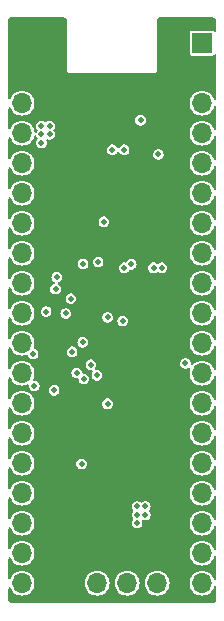
<source format=gbl>
G04 #@! TF.GenerationSoftware,KiCad,Pcbnew,7.0.10*
G04 #@! TF.CreationDate,2024-01-27T03:33:40-06:00*
G04 #@! TF.ProjectId,STM32H503CBT6,53544d33-3248-4353-9033-434254362e6b,rev?*
G04 #@! TF.SameCoordinates,Original*
G04 #@! TF.FileFunction,Copper,L4,Bot*
G04 #@! TF.FilePolarity,Positive*
%FSLAX46Y46*%
G04 Gerber Fmt 4.6, Leading zero omitted, Abs format (unit mm)*
G04 Created by KiCad (PCBNEW 7.0.10) date 2024-01-27 03:33:40*
%MOMM*%
%LPD*%
G01*
G04 APERTURE LIST*
G04 #@! TA.AperFunction,ComponentPad*
%ADD10O,1.400000X2.500000*%
G04 #@! TD*
G04 #@! TA.AperFunction,ComponentPad*
%ADD11O,1.300000X2.300000*%
G04 #@! TD*
G04 #@! TA.AperFunction,ComponentPad*
%ADD12R,1.700000X1.700000*%
G04 #@! TD*
G04 #@! TA.AperFunction,ComponentPad*
%ADD13O,1.700000X1.700000*%
G04 #@! TD*
G04 #@! TA.AperFunction,ViaPad*
%ADD14C,0.500000*%
G04 #@! TD*
G04 APERTURE END LIST*
D10*
X98700000Y-59875000D03*
D11*
X98700000Y-56525000D03*
D10*
X89100000Y-59875000D03*
D11*
X89100000Y-56525000D03*
D12*
X90080000Y-103100000D03*
D13*
X92620000Y-103100000D03*
X95160000Y-103100000D03*
X97700000Y-103100000D03*
D12*
X101500000Y-57380000D03*
D13*
X101500000Y-59920000D03*
X101500000Y-62460000D03*
X101500000Y-65000000D03*
X101500000Y-67540000D03*
X101500000Y-70080000D03*
X101500000Y-72620000D03*
X101500000Y-75160000D03*
X101500000Y-77700000D03*
X101500000Y-80240000D03*
X101500000Y-82780000D03*
X101500000Y-85320000D03*
X101500000Y-87860000D03*
X101500000Y-90400000D03*
X101500000Y-92940000D03*
X101500000Y-95480000D03*
X101500000Y-98020000D03*
X101500000Y-100560000D03*
X101500000Y-103100000D03*
D12*
X86260000Y-57380000D03*
D13*
X86260000Y-59920000D03*
X86260000Y-62460000D03*
X86260000Y-65000000D03*
X86260000Y-67540000D03*
X86260000Y-70080000D03*
X86260000Y-72620000D03*
X86260000Y-75160000D03*
X86260000Y-77700000D03*
X86260000Y-80240000D03*
X86260000Y-82780000D03*
X86260000Y-85320000D03*
X86260000Y-87860000D03*
X86260000Y-90400000D03*
X86260000Y-92940000D03*
X86260000Y-95480000D03*
X86260000Y-98020000D03*
X86260000Y-100560000D03*
X86260000Y-103100000D03*
D14*
X97200000Y-61600000D03*
X90800000Y-66100000D03*
X89000000Y-95000000D03*
X90200000Y-100900000D03*
X96300000Y-82600000D03*
X91900000Y-61600000D03*
X89100000Y-66200000D03*
X97500000Y-84600000D03*
X89800000Y-95000000D03*
X90100000Y-66100000D03*
X96500000Y-61600000D03*
X89100000Y-92700000D03*
X91000000Y-100100000D03*
X96500000Y-60900000D03*
X96500000Y-78700000D03*
X91500000Y-72400000D03*
X97900000Y-98400000D03*
X98800000Y-72200000D03*
X91900000Y-60900000D03*
X91200000Y-61600000D03*
X97200000Y-60900000D03*
X89900000Y-84200000D03*
X90100000Y-66800000D03*
X90800000Y-66800000D03*
X88000000Y-66800000D03*
X95800000Y-86000000D03*
X98800000Y-71300000D03*
X85400000Y-89200000D03*
X91000000Y-100900000D03*
X91200000Y-60900000D03*
X86700000Y-89100000D03*
X89400000Y-66800000D03*
X92200000Y-77300000D03*
X89400000Y-100100000D03*
X92200000Y-78000000D03*
X92500000Y-86700000D03*
X92500000Y-91700000D03*
X100200000Y-83400000D03*
X93900000Y-78900000D03*
X89400000Y-100900000D03*
X93600000Y-82400000D03*
X92900000Y-81500000D03*
X90200000Y-100100000D03*
X92000000Y-92300000D03*
X91500000Y-70300000D03*
X88700000Y-66800000D03*
X94100000Y-87200000D03*
X92200000Y-66800000D03*
X92700000Y-83900000D03*
X91500000Y-66100000D03*
X91500000Y-66800000D03*
X96000000Y-97300000D03*
X96700000Y-96600000D03*
X89200000Y-77200000D03*
X87200000Y-83700000D03*
X96000000Y-96600000D03*
X93200000Y-72500000D03*
X87900000Y-65100000D03*
X87900000Y-65800000D03*
X91300000Y-93000000D03*
X88600000Y-64400000D03*
X96700000Y-97300000D03*
X96000000Y-98000000D03*
X95500000Y-76100000D03*
X87900000Y-64400000D03*
X94900000Y-76400000D03*
X88600000Y-65100000D03*
X100100000Y-84500000D03*
X97800000Y-66800000D03*
X87300000Y-86400000D03*
X88300000Y-80100000D03*
X92700000Y-75900000D03*
X91500000Y-85800000D03*
X88971911Y-86771911D03*
X90900000Y-85300000D03*
X96300000Y-63900000D03*
X92100000Y-84600000D03*
X93500000Y-80600000D03*
X94800000Y-80900000D03*
X90400596Y-79003501D03*
X89100000Y-78200000D03*
X89965717Y-80263792D03*
X90500000Y-83500000D03*
X92600000Y-85500000D03*
X93500000Y-87900000D03*
X93900000Y-66400000D03*
X97400000Y-76400000D03*
X98100000Y-76400000D03*
X94900000Y-66400000D03*
X91424431Y-76075569D03*
X91400000Y-82700000D03*
G04 #@! TA.AperFunction,Conductor*
G36*
X89804125Y-55201720D02*
G01*
X89873487Y-55212712D01*
X89902941Y-55222284D01*
X89958485Y-55250590D01*
X89983541Y-55268796D01*
X90027621Y-55312880D01*
X90045825Y-55337938D01*
X90074125Y-55393485D01*
X90083695Y-55422940D01*
X90094728Y-55492600D01*
X90095947Y-55508087D01*
X90095947Y-55539882D01*
X90095948Y-55539884D01*
X90097598Y-55548179D01*
X90099500Y-55567494D01*
X90099500Y-59745764D01*
X90104715Y-59756594D01*
X90112035Y-59777513D01*
X90114709Y-59789231D01*
X90122203Y-59798627D01*
X90133996Y-59817394D01*
X90139211Y-59828223D01*
X90139213Y-59828225D01*
X90148604Y-59835714D01*
X90164280Y-59851389D01*
X90171775Y-59860787D01*
X90171776Y-59860788D01*
X90182597Y-59865999D01*
X90182601Y-59866001D01*
X90201372Y-59877796D01*
X90210767Y-59885289D01*
X90210768Y-59885289D01*
X90210769Y-59885290D01*
X90222486Y-59887964D01*
X90243408Y-59895284D01*
X90254237Y-59900500D01*
X97545762Y-59900500D01*
X97545763Y-59900500D01*
X97556590Y-59895285D01*
X97577511Y-59887964D01*
X97589231Y-59885290D01*
X97598626Y-59877797D01*
X97617394Y-59866002D01*
X97628224Y-59860788D01*
X97635719Y-59851388D01*
X97651388Y-59835719D01*
X97660788Y-59828224D01*
X97666002Y-59817394D01*
X97677797Y-59798626D01*
X97685290Y-59789231D01*
X97687964Y-59777511D01*
X97695285Y-59756590D01*
X97700500Y-59745763D01*
X97700500Y-59654237D01*
X97700500Y-55463924D01*
X97702403Y-55444608D01*
X97703343Y-55439882D01*
X97703343Y-55407790D01*
X97704562Y-55392304D01*
X97710652Y-55353851D01*
X97720226Y-55324387D01*
X97734322Y-55296726D01*
X97752527Y-55271671D01*
X97766490Y-55257709D01*
X97774485Y-55249714D01*
X97799542Y-55231511D01*
X97827212Y-55217415D01*
X97856666Y-55207849D01*
X97867747Y-55206094D01*
X97895399Y-55201717D01*
X97910876Y-55200500D01*
X97942703Y-55200504D01*
X97942705Y-55200503D01*
X97952115Y-55200504D01*
X97952168Y-55200500D01*
X102388630Y-55200500D01*
X102404125Y-55201720D01*
X102473487Y-55212712D01*
X102502941Y-55222284D01*
X102558485Y-55250590D01*
X102583541Y-55268796D01*
X102627621Y-55312880D01*
X102645825Y-55337938D01*
X102674125Y-55393485D01*
X102683695Y-55422940D01*
X102694728Y-55492600D01*
X102695947Y-55508087D01*
X102695947Y-55539882D01*
X102695948Y-55539884D01*
X102697598Y-55548179D01*
X102699500Y-55567494D01*
X102699500Y-56365814D01*
X102680593Y-56424005D01*
X102631093Y-56459969D01*
X102569907Y-56459969D01*
X102520407Y-56424005D01*
X102518185Y-56420817D01*
X102494552Y-56385448D01*
X102494548Y-56385445D01*
X102428233Y-56341134D01*
X102428231Y-56341133D01*
X102428228Y-56341132D01*
X102428227Y-56341132D01*
X102369758Y-56329501D01*
X102369748Y-56329500D01*
X100630252Y-56329500D01*
X100630251Y-56329500D01*
X100630241Y-56329501D01*
X100571772Y-56341132D01*
X100571766Y-56341134D01*
X100505451Y-56385445D01*
X100505445Y-56385451D01*
X100461134Y-56451766D01*
X100461132Y-56451772D01*
X100449501Y-56510241D01*
X100449500Y-56510253D01*
X100449500Y-58249746D01*
X100449501Y-58249758D01*
X100461132Y-58308227D01*
X100461134Y-58308233D01*
X100505445Y-58374548D01*
X100505448Y-58374552D01*
X100571769Y-58418867D01*
X100616231Y-58427711D01*
X100630241Y-58430498D01*
X100630246Y-58430498D01*
X100630252Y-58430500D01*
X100630253Y-58430500D01*
X102369747Y-58430500D01*
X102369748Y-58430500D01*
X102428231Y-58418867D01*
X102494552Y-58374552D01*
X102518185Y-58339182D01*
X102566235Y-58301304D01*
X102627373Y-58298902D01*
X102678247Y-58332895D01*
X102699424Y-58390299D01*
X102699500Y-58394185D01*
X102699500Y-62127956D01*
X102680593Y-62186147D01*
X102631093Y-62222111D01*
X102569907Y-62222111D01*
X102520407Y-62186147D01*
X102505763Y-62156694D01*
X102480730Y-62074171D01*
X102475232Y-62056046D01*
X102377685Y-61873550D01*
X102246410Y-61713590D01*
X102246404Y-61713585D01*
X102086452Y-61582316D01*
X101903954Y-61484768D01*
X101705934Y-61424699D01*
X101705929Y-61424698D01*
X101500003Y-61404417D01*
X101499997Y-61404417D01*
X101294070Y-61424698D01*
X101294065Y-61424699D01*
X101096045Y-61484768D01*
X100913547Y-61582316D01*
X100753595Y-61713585D01*
X100753585Y-61713595D01*
X100622316Y-61873547D01*
X100524768Y-62056045D01*
X100464699Y-62254065D01*
X100464698Y-62254070D01*
X100444417Y-62459996D01*
X100444417Y-62460003D01*
X100464698Y-62665929D01*
X100464699Y-62665934D01*
X100524768Y-62863954D01*
X100622316Y-63046452D01*
X100753585Y-63206404D01*
X100753590Y-63206410D01*
X100753595Y-63206414D01*
X100913547Y-63337683D01*
X100913548Y-63337683D01*
X100913550Y-63337685D01*
X101096046Y-63435232D01*
X101233997Y-63477078D01*
X101294065Y-63495300D01*
X101294070Y-63495301D01*
X101499997Y-63515583D01*
X101500000Y-63515583D01*
X101500003Y-63515583D01*
X101705929Y-63495301D01*
X101705934Y-63495300D01*
X101903954Y-63435232D01*
X102086450Y-63337685D01*
X102246410Y-63206410D01*
X102377685Y-63046450D01*
X102475232Y-62863954D01*
X102505763Y-62763304D01*
X102540748Y-62713108D01*
X102598556Y-62693062D01*
X102657107Y-62710823D01*
X102694036Y-62759607D01*
X102699500Y-62792043D01*
X102699500Y-64667956D01*
X102680593Y-64726147D01*
X102631093Y-64762111D01*
X102569907Y-64762111D01*
X102520407Y-64726147D01*
X102505763Y-64696694D01*
X102480730Y-64614171D01*
X102475232Y-64596046D01*
X102377685Y-64413550D01*
X102366562Y-64399997D01*
X102246414Y-64253595D01*
X102246410Y-64253590D01*
X102246404Y-64253585D01*
X102086452Y-64122316D01*
X101903954Y-64024768D01*
X101705934Y-63964699D01*
X101705929Y-63964698D01*
X101500003Y-63944417D01*
X101499997Y-63944417D01*
X101294070Y-63964698D01*
X101294065Y-63964699D01*
X101096045Y-64024768D01*
X100913547Y-64122316D01*
X100753595Y-64253585D01*
X100753585Y-64253595D01*
X100622316Y-64413547D01*
X100524768Y-64596045D01*
X100464699Y-64794065D01*
X100464698Y-64794070D01*
X100444417Y-64999996D01*
X100444417Y-65000003D01*
X100464698Y-65205929D01*
X100464699Y-65205934D01*
X100524768Y-65403954D01*
X100622316Y-65586452D01*
X100692338Y-65671774D01*
X100753590Y-65746410D01*
X100753595Y-65746414D01*
X100913547Y-65877683D01*
X100913548Y-65877683D01*
X100913550Y-65877685D01*
X101096046Y-65975232D01*
X101233997Y-66017078D01*
X101294065Y-66035300D01*
X101294070Y-66035301D01*
X101499997Y-66055583D01*
X101500000Y-66055583D01*
X101500003Y-66055583D01*
X101705929Y-66035301D01*
X101705934Y-66035300D01*
X101903954Y-65975232D01*
X102086450Y-65877685D01*
X102246410Y-65746410D01*
X102377685Y-65586450D01*
X102475232Y-65403954D01*
X102505763Y-65303304D01*
X102540748Y-65253108D01*
X102598556Y-65233062D01*
X102657107Y-65250823D01*
X102694036Y-65299607D01*
X102699500Y-65332043D01*
X102699500Y-67207956D01*
X102680593Y-67266147D01*
X102631093Y-67302111D01*
X102569907Y-67302111D01*
X102520407Y-67266147D01*
X102505763Y-67236694D01*
X102480730Y-67154171D01*
X102475232Y-67136046D01*
X102377685Y-66953550D01*
X102356902Y-66928226D01*
X102251672Y-66800002D01*
X102246410Y-66793590D01*
X102185944Y-66743967D01*
X102086452Y-66662316D01*
X101903954Y-66564768D01*
X101705934Y-66504699D01*
X101705929Y-66504698D01*
X101500003Y-66484417D01*
X101499997Y-66484417D01*
X101294070Y-66504698D01*
X101294065Y-66504699D01*
X101096045Y-66564768D01*
X100913547Y-66662316D01*
X100753595Y-66793585D01*
X100753585Y-66793595D01*
X100622316Y-66953547D01*
X100524768Y-67136045D01*
X100464699Y-67334065D01*
X100464698Y-67334070D01*
X100444417Y-67539996D01*
X100444417Y-67540003D01*
X100464698Y-67745929D01*
X100464699Y-67745934D01*
X100524768Y-67943954D01*
X100622316Y-68126452D01*
X100753585Y-68286404D01*
X100753590Y-68286410D01*
X100753595Y-68286414D01*
X100913547Y-68417683D01*
X100913548Y-68417683D01*
X100913550Y-68417685D01*
X101096046Y-68515232D01*
X101233997Y-68557078D01*
X101294065Y-68575300D01*
X101294070Y-68575301D01*
X101499997Y-68595583D01*
X101500000Y-68595583D01*
X101500003Y-68595583D01*
X101705929Y-68575301D01*
X101705934Y-68575300D01*
X101903954Y-68515232D01*
X102086450Y-68417685D01*
X102246410Y-68286410D01*
X102377685Y-68126450D01*
X102475232Y-67943954D01*
X102505763Y-67843304D01*
X102540748Y-67793108D01*
X102598556Y-67773062D01*
X102657107Y-67790823D01*
X102694036Y-67839607D01*
X102699500Y-67872043D01*
X102699500Y-69747956D01*
X102680593Y-69806147D01*
X102631093Y-69842111D01*
X102569907Y-69842111D01*
X102520407Y-69806147D01*
X102505763Y-69776694D01*
X102480730Y-69694171D01*
X102475232Y-69676046D01*
X102377685Y-69493550D01*
X102246410Y-69333590D01*
X102246404Y-69333585D01*
X102086452Y-69202316D01*
X101903954Y-69104768D01*
X101705934Y-69044699D01*
X101705929Y-69044698D01*
X101500003Y-69024417D01*
X101499997Y-69024417D01*
X101294070Y-69044698D01*
X101294065Y-69044699D01*
X101096045Y-69104768D01*
X100913547Y-69202316D01*
X100753595Y-69333585D01*
X100753585Y-69333595D01*
X100622316Y-69493547D01*
X100524768Y-69676045D01*
X100464699Y-69874065D01*
X100464698Y-69874070D01*
X100444417Y-70079996D01*
X100444417Y-70080003D01*
X100464698Y-70285929D01*
X100464699Y-70285934D01*
X100524768Y-70483954D01*
X100622316Y-70666452D01*
X100753585Y-70826404D01*
X100753590Y-70826410D01*
X100753595Y-70826414D01*
X100913547Y-70957683D01*
X100913548Y-70957683D01*
X100913550Y-70957685D01*
X101096046Y-71055232D01*
X101233997Y-71097078D01*
X101294065Y-71115300D01*
X101294070Y-71115301D01*
X101499997Y-71135583D01*
X101500000Y-71135583D01*
X101500003Y-71135583D01*
X101705929Y-71115301D01*
X101705934Y-71115300D01*
X101903954Y-71055232D01*
X102086450Y-70957685D01*
X102246410Y-70826410D01*
X102377685Y-70666450D01*
X102475232Y-70483954D01*
X102505763Y-70383304D01*
X102540748Y-70333108D01*
X102598556Y-70313062D01*
X102657107Y-70330823D01*
X102694036Y-70379607D01*
X102699500Y-70412043D01*
X102699500Y-72287956D01*
X102680593Y-72346147D01*
X102631093Y-72382111D01*
X102569907Y-72382111D01*
X102520407Y-72346147D01*
X102505763Y-72316694D01*
X102480730Y-72234171D01*
X102475232Y-72216046D01*
X102377685Y-72033550D01*
X102246410Y-71873590D01*
X102246404Y-71873585D01*
X102086452Y-71742316D01*
X101903954Y-71644768D01*
X101705934Y-71584699D01*
X101705929Y-71584698D01*
X101500003Y-71564417D01*
X101499997Y-71564417D01*
X101294070Y-71584698D01*
X101294065Y-71584699D01*
X101096045Y-71644768D01*
X100913547Y-71742316D01*
X100753595Y-71873585D01*
X100753585Y-71873595D01*
X100622316Y-72033547D01*
X100524768Y-72216045D01*
X100464699Y-72414065D01*
X100464698Y-72414070D01*
X100444417Y-72619996D01*
X100444417Y-72620003D01*
X100464698Y-72825929D01*
X100464699Y-72825934D01*
X100524768Y-73023954D01*
X100622316Y-73206452D01*
X100753585Y-73366404D01*
X100753590Y-73366410D01*
X100753595Y-73366414D01*
X100913547Y-73497683D01*
X100913548Y-73497683D01*
X100913550Y-73497685D01*
X101096046Y-73595232D01*
X101233997Y-73637078D01*
X101294065Y-73655300D01*
X101294070Y-73655301D01*
X101499997Y-73675583D01*
X101500000Y-73675583D01*
X101500003Y-73675583D01*
X101705929Y-73655301D01*
X101705934Y-73655300D01*
X101903954Y-73595232D01*
X102086450Y-73497685D01*
X102246410Y-73366410D01*
X102377685Y-73206450D01*
X102475232Y-73023954D01*
X102505763Y-72923304D01*
X102540748Y-72873108D01*
X102598556Y-72853062D01*
X102657107Y-72870823D01*
X102694036Y-72919607D01*
X102699500Y-72952043D01*
X102699500Y-74827956D01*
X102680593Y-74886147D01*
X102631093Y-74922111D01*
X102569907Y-74922111D01*
X102520407Y-74886147D01*
X102505763Y-74856694D01*
X102480730Y-74774171D01*
X102475232Y-74756046D01*
X102377685Y-74573550D01*
X102246410Y-74413590D01*
X102246404Y-74413585D01*
X102086452Y-74282316D01*
X101903954Y-74184768D01*
X101705934Y-74124699D01*
X101705929Y-74124698D01*
X101500003Y-74104417D01*
X101499997Y-74104417D01*
X101294070Y-74124698D01*
X101294065Y-74124699D01*
X101096045Y-74184768D01*
X100913547Y-74282316D01*
X100753595Y-74413585D01*
X100753585Y-74413595D01*
X100622316Y-74573547D01*
X100524768Y-74756045D01*
X100464699Y-74954065D01*
X100464698Y-74954070D01*
X100444417Y-75159996D01*
X100444417Y-75160003D01*
X100464698Y-75365929D01*
X100464699Y-75365934D01*
X100524768Y-75563954D01*
X100622316Y-75746452D01*
X100710528Y-75853939D01*
X100753590Y-75906410D01*
X100753595Y-75906414D01*
X100913547Y-76037683D01*
X100913548Y-76037683D01*
X100913550Y-76037685D01*
X101096046Y-76135232D01*
X101233997Y-76177078D01*
X101294065Y-76195300D01*
X101294070Y-76195301D01*
X101499997Y-76215583D01*
X101500000Y-76215583D01*
X101500003Y-76215583D01*
X101705929Y-76195301D01*
X101705934Y-76195300D01*
X101903954Y-76135232D01*
X102086450Y-76037685D01*
X102246410Y-75906410D01*
X102377685Y-75746450D01*
X102475232Y-75563954D01*
X102505763Y-75463304D01*
X102540748Y-75413108D01*
X102598556Y-75393062D01*
X102657107Y-75410823D01*
X102694036Y-75459607D01*
X102699500Y-75492043D01*
X102699500Y-77367956D01*
X102680593Y-77426147D01*
X102631093Y-77462111D01*
X102569907Y-77462111D01*
X102520407Y-77426147D01*
X102505763Y-77396694D01*
X102486936Y-77334631D01*
X102475232Y-77296046D01*
X102377685Y-77113550D01*
X102246410Y-76953590D01*
X102127536Y-76856033D01*
X102086452Y-76822316D01*
X101903954Y-76724768D01*
X101705934Y-76664699D01*
X101705929Y-76664698D01*
X101500003Y-76644417D01*
X101499997Y-76644417D01*
X101294070Y-76664698D01*
X101294065Y-76664699D01*
X101096045Y-76724768D01*
X100913547Y-76822316D01*
X100753595Y-76953585D01*
X100753585Y-76953595D01*
X100622316Y-77113547D01*
X100524768Y-77296045D01*
X100464699Y-77494065D01*
X100464698Y-77494070D01*
X100444417Y-77699996D01*
X100444417Y-77700003D01*
X100464698Y-77905929D01*
X100464699Y-77905934D01*
X100524768Y-78103954D01*
X100622316Y-78286452D01*
X100656599Y-78328226D01*
X100753590Y-78446410D01*
X100753595Y-78446414D01*
X100913547Y-78577683D01*
X100913548Y-78577683D01*
X100913550Y-78577685D01*
X101096046Y-78675232D01*
X101233997Y-78717078D01*
X101294065Y-78735300D01*
X101294070Y-78735301D01*
X101499997Y-78755583D01*
X101500000Y-78755583D01*
X101500003Y-78755583D01*
X101705929Y-78735301D01*
X101705934Y-78735300D01*
X101903954Y-78675232D01*
X102086450Y-78577685D01*
X102246410Y-78446410D01*
X102377685Y-78286450D01*
X102475232Y-78103954D01*
X102505763Y-78003304D01*
X102540748Y-77953108D01*
X102598556Y-77933062D01*
X102657107Y-77950823D01*
X102694036Y-77999607D01*
X102699500Y-78032043D01*
X102699500Y-79907956D01*
X102680593Y-79966147D01*
X102631093Y-80002111D01*
X102569907Y-80002111D01*
X102520407Y-79966147D01*
X102505763Y-79936694D01*
X102479401Y-79849790D01*
X102475232Y-79836046D01*
X102377685Y-79653550D01*
X102374361Y-79649500D01*
X102246414Y-79493595D01*
X102246410Y-79493590D01*
X102246404Y-79493585D01*
X102086452Y-79362316D01*
X101903954Y-79264768D01*
X101705934Y-79204699D01*
X101705929Y-79204698D01*
X101500003Y-79184417D01*
X101499997Y-79184417D01*
X101294070Y-79204698D01*
X101294065Y-79204699D01*
X101096045Y-79264768D01*
X100913547Y-79362316D01*
X100753595Y-79493585D01*
X100753585Y-79493595D01*
X100622316Y-79653547D01*
X100524768Y-79836045D01*
X100464699Y-80034065D01*
X100464698Y-80034070D01*
X100444417Y-80239996D01*
X100444417Y-80240003D01*
X100464698Y-80445929D01*
X100464699Y-80445934D01*
X100524768Y-80643954D01*
X100622316Y-80826452D01*
X100682677Y-80900002D01*
X100753590Y-80986410D01*
X100753595Y-80986414D01*
X100913547Y-81117683D01*
X100913548Y-81117683D01*
X100913550Y-81117685D01*
X101096046Y-81215232D01*
X101233997Y-81257078D01*
X101294065Y-81275300D01*
X101294070Y-81275301D01*
X101499997Y-81295583D01*
X101500000Y-81295583D01*
X101500003Y-81295583D01*
X101705929Y-81275301D01*
X101705934Y-81275300D01*
X101903954Y-81215232D01*
X102086450Y-81117685D01*
X102246410Y-80986410D01*
X102377685Y-80826450D01*
X102475232Y-80643954D01*
X102505763Y-80543304D01*
X102540748Y-80493108D01*
X102598556Y-80473062D01*
X102657107Y-80490823D01*
X102694036Y-80539607D01*
X102699500Y-80572043D01*
X102699500Y-82447956D01*
X102680593Y-82506147D01*
X102631093Y-82542111D01*
X102569907Y-82542111D01*
X102520407Y-82506147D01*
X102505763Y-82476694D01*
X102480730Y-82394171D01*
X102475232Y-82376046D01*
X102377685Y-82193550D01*
X102246410Y-82033590D01*
X102246404Y-82033585D01*
X102086452Y-81902316D01*
X101903954Y-81804768D01*
X101705934Y-81744699D01*
X101705929Y-81744698D01*
X101500003Y-81724417D01*
X101499997Y-81724417D01*
X101294070Y-81744698D01*
X101294065Y-81744699D01*
X101096045Y-81804768D01*
X100913547Y-81902316D01*
X100753595Y-82033585D01*
X100753585Y-82033595D01*
X100622316Y-82193547D01*
X100524768Y-82376045D01*
X100464699Y-82574065D01*
X100464698Y-82574070D01*
X100444417Y-82779996D01*
X100444417Y-82780003D01*
X100464698Y-82985929D01*
X100464699Y-82985934D01*
X100524768Y-83183954D01*
X100622316Y-83366452D01*
X100753585Y-83526404D01*
X100753590Y-83526410D01*
X100753595Y-83526414D01*
X100913547Y-83657683D01*
X100913548Y-83657683D01*
X100913550Y-83657685D01*
X101096046Y-83755232D01*
X101233997Y-83797078D01*
X101294065Y-83815300D01*
X101294070Y-83815301D01*
X101499997Y-83835583D01*
X101500000Y-83835583D01*
X101500003Y-83835583D01*
X101705929Y-83815301D01*
X101705934Y-83815300D01*
X101903954Y-83755232D01*
X102086450Y-83657685D01*
X102246410Y-83526410D01*
X102377685Y-83366450D01*
X102475232Y-83183954D01*
X102505763Y-83083304D01*
X102540748Y-83033108D01*
X102598556Y-83013062D01*
X102657107Y-83030823D01*
X102694036Y-83079607D01*
X102699500Y-83112043D01*
X102699500Y-84987956D01*
X102680593Y-85046147D01*
X102631093Y-85082111D01*
X102569907Y-85082111D01*
X102520407Y-85046147D01*
X102505763Y-85016694D01*
X102489479Y-84963014D01*
X102475232Y-84916046D01*
X102377685Y-84733550D01*
X102246410Y-84573590D01*
X102246404Y-84573585D01*
X102086452Y-84442316D01*
X101903954Y-84344768D01*
X101705934Y-84284699D01*
X101705929Y-84284698D01*
X101500003Y-84264417D01*
X101499997Y-84264417D01*
X101294070Y-84284698D01*
X101294065Y-84284699D01*
X101096045Y-84344768D01*
X100913547Y-84442316D01*
X100753595Y-84573585D01*
X100753585Y-84573595D01*
X100725145Y-84608250D01*
X100673613Y-84641237D01*
X100612534Y-84637635D01*
X100565237Y-84598819D01*
X100549789Y-84539616D01*
X100550625Y-84531356D01*
X100555133Y-84500002D01*
X100555133Y-84499997D01*
X100536697Y-84371774D01*
X100496931Y-84284700D01*
X100482882Y-84253937D01*
X100398049Y-84156033D01*
X100398048Y-84156032D01*
X100398047Y-84156031D01*
X100289073Y-84085998D01*
X100289070Y-84085996D01*
X100289069Y-84085996D01*
X100289066Y-84085995D01*
X100164774Y-84049500D01*
X100164772Y-84049500D01*
X100035228Y-84049500D01*
X100035225Y-84049500D01*
X99910933Y-84085995D01*
X99910926Y-84085998D01*
X99801952Y-84156031D01*
X99717117Y-84253938D01*
X99663302Y-84371774D01*
X99644867Y-84499997D01*
X99644867Y-84500002D01*
X99663302Y-84628225D01*
X99708972Y-84728226D01*
X99717118Y-84746063D01*
X99801951Y-84843967D01*
X99801952Y-84843968D01*
X99910926Y-84914001D01*
X99910931Y-84914004D01*
X100035228Y-84950500D01*
X100035230Y-84950500D01*
X100164770Y-84950500D01*
X100164772Y-84950500D01*
X100289069Y-84914004D01*
X100356242Y-84870834D01*
X100415415Y-84855280D01*
X100472432Y-84877479D01*
X100505511Y-84928951D01*
X100504501Y-84982857D01*
X100464699Y-85114065D01*
X100464698Y-85114070D01*
X100444417Y-85319996D01*
X100444417Y-85320003D01*
X100464698Y-85525929D01*
X100464699Y-85525934D01*
X100524768Y-85723954D01*
X100622316Y-85906452D01*
X100687596Y-85985996D01*
X100753590Y-86066410D01*
X100753595Y-86066414D01*
X100913547Y-86197683D01*
X100913548Y-86197683D01*
X100913550Y-86197685D01*
X101096046Y-86295232D01*
X101182348Y-86321411D01*
X101294065Y-86355300D01*
X101294070Y-86355301D01*
X101499997Y-86375583D01*
X101500000Y-86375583D01*
X101500003Y-86375583D01*
X101705929Y-86355301D01*
X101705934Y-86355300D01*
X101743627Y-86343866D01*
X101903954Y-86295232D01*
X102086450Y-86197685D01*
X102246410Y-86066410D01*
X102377685Y-85906450D01*
X102475232Y-85723954D01*
X102505763Y-85623304D01*
X102540748Y-85573108D01*
X102598556Y-85553062D01*
X102657107Y-85570823D01*
X102694036Y-85619607D01*
X102699500Y-85652043D01*
X102699500Y-87527956D01*
X102680593Y-87586147D01*
X102631093Y-87622111D01*
X102569907Y-87622111D01*
X102520407Y-87586147D01*
X102505763Y-87556694D01*
X102486936Y-87494631D01*
X102475232Y-87456046D01*
X102377685Y-87273550D01*
X102246410Y-87113590D01*
X102129901Y-87017974D01*
X102086452Y-86982316D01*
X101903954Y-86884768D01*
X101705934Y-86824699D01*
X101705929Y-86824698D01*
X101500003Y-86804417D01*
X101499997Y-86804417D01*
X101294070Y-86824698D01*
X101294065Y-86824699D01*
X101096045Y-86884768D01*
X100913547Y-86982316D01*
X100753595Y-87113585D01*
X100753585Y-87113595D01*
X100622316Y-87273547D01*
X100524768Y-87456045D01*
X100464699Y-87654065D01*
X100464698Y-87654070D01*
X100444417Y-87859996D01*
X100444417Y-87860003D01*
X100464698Y-88065929D01*
X100464699Y-88065934D01*
X100524768Y-88263954D01*
X100622316Y-88446452D01*
X100753585Y-88606404D01*
X100753590Y-88606410D01*
X100753595Y-88606414D01*
X100913547Y-88737683D01*
X100913548Y-88737683D01*
X100913550Y-88737685D01*
X101096046Y-88835232D01*
X101233997Y-88877078D01*
X101294065Y-88895300D01*
X101294070Y-88895301D01*
X101499997Y-88915583D01*
X101500000Y-88915583D01*
X101500003Y-88915583D01*
X101705929Y-88895301D01*
X101705934Y-88895300D01*
X101903954Y-88835232D01*
X102086450Y-88737685D01*
X102246410Y-88606410D01*
X102377685Y-88446450D01*
X102475232Y-88263954D01*
X102505763Y-88163304D01*
X102540748Y-88113108D01*
X102598556Y-88093062D01*
X102657107Y-88110823D01*
X102694036Y-88159607D01*
X102699500Y-88192043D01*
X102699500Y-90067956D01*
X102680593Y-90126147D01*
X102631093Y-90162111D01*
X102569907Y-90162111D01*
X102520407Y-90126147D01*
X102505763Y-90096694D01*
X102480730Y-90014171D01*
X102475232Y-89996046D01*
X102377685Y-89813550D01*
X102246410Y-89653590D01*
X102246404Y-89653585D01*
X102086452Y-89522316D01*
X101903954Y-89424768D01*
X101705934Y-89364699D01*
X101705929Y-89364698D01*
X101500003Y-89344417D01*
X101499997Y-89344417D01*
X101294070Y-89364698D01*
X101294065Y-89364699D01*
X101096045Y-89424768D01*
X100913547Y-89522316D01*
X100753595Y-89653585D01*
X100753585Y-89653595D01*
X100622316Y-89813547D01*
X100524768Y-89996045D01*
X100464699Y-90194065D01*
X100464698Y-90194070D01*
X100444417Y-90399996D01*
X100444417Y-90400003D01*
X100464698Y-90605929D01*
X100464699Y-90605934D01*
X100524768Y-90803954D01*
X100622316Y-90986452D01*
X100753585Y-91146404D01*
X100753590Y-91146410D01*
X100753595Y-91146414D01*
X100913547Y-91277683D01*
X100913548Y-91277683D01*
X100913550Y-91277685D01*
X101096046Y-91375232D01*
X101233997Y-91417078D01*
X101294065Y-91435300D01*
X101294070Y-91435301D01*
X101499997Y-91455583D01*
X101500000Y-91455583D01*
X101500003Y-91455583D01*
X101705929Y-91435301D01*
X101705934Y-91435300D01*
X101903954Y-91375232D01*
X102086450Y-91277685D01*
X102246410Y-91146410D01*
X102377685Y-90986450D01*
X102475232Y-90803954D01*
X102505763Y-90703304D01*
X102540748Y-90653108D01*
X102598556Y-90633062D01*
X102657107Y-90650823D01*
X102694036Y-90699607D01*
X102699500Y-90732043D01*
X102699500Y-92607956D01*
X102680593Y-92666147D01*
X102631093Y-92702111D01*
X102569907Y-92702111D01*
X102520407Y-92666147D01*
X102505763Y-92636694D01*
X102497045Y-92607956D01*
X102475232Y-92536046D01*
X102377685Y-92353550D01*
X102246410Y-92193590D01*
X102246404Y-92193585D01*
X102086452Y-92062316D01*
X101903954Y-91964768D01*
X101705934Y-91904699D01*
X101705929Y-91904698D01*
X101500003Y-91884417D01*
X101499997Y-91884417D01*
X101294070Y-91904698D01*
X101294065Y-91904699D01*
X101096045Y-91964768D01*
X100913547Y-92062316D01*
X100753595Y-92193585D01*
X100753585Y-92193595D01*
X100622316Y-92353547D01*
X100524768Y-92536045D01*
X100464699Y-92734065D01*
X100464698Y-92734070D01*
X100444417Y-92939996D01*
X100444417Y-92940003D01*
X100464698Y-93145929D01*
X100464699Y-93145934D01*
X100524768Y-93343954D01*
X100622316Y-93526452D01*
X100753585Y-93686404D01*
X100753590Y-93686410D01*
X100753595Y-93686414D01*
X100913547Y-93817683D01*
X100913548Y-93817683D01*
X100913550Y-93817685D01*
X101096046Y-93915232D01*
X101233997Y-93957078D01*
X101294065Y-93975300D01*
X101294070Y-93975301D01*
X101499997Y-93995583D01*
X101500000Y-93995583D01*
X101500003Y-93995583D01*
X101705929Y-93975301D01*
X101705934Y-93975300D01*
X101903954Y-93915232D01*
X102086450Y-93817685D01*
X102246410Y-93686410D01*
X102377685Y-93526450D01*
X102475232Y-93343954D01*
X102505763Y-93243304D01*
X102540748Y-93193108D01*
X102598556Y-93173062D01*
X102657107Y-93190823D01*
X102694036Y-93239607D01*
X102699500Y-93272043D01*
X102699500Y-95147956D01*
X102680593Y-95206147D01*
X102631093Y-95242111D01*
X102569907Y-95242111D01*
X102520407Y-95206147D01*
X102505763Y-95176694D01*
X102480730Y-95094171D01*
X102475232Y-95076046D01*
X102377685Y-94893550D01*
X102246410Y-94733590D01*
X102246404Y-94733585D01*
X102086452Y-94602316D01*
X101903954Y-94504768D01*
X101705934Y-94444699D01*
X101705929Y-94444698D01*
X101500003Y-94424417D01*
X101499997Y-94424417D01*
X101294070Y-94444698D01*
X101294065Y-94444699D01*
X101096045Y-94504768D01*
X100913547Y-94602316D01*
X100753595Y-94733585D01*
X100753585Y-94733595D01*
X100622316Y-94893547D01*
X100524768Y-95076045D01*
X100464699Y-95274065D01*
X100464698Y-95274070D01*
X100444417Y-95479996D01*
X100444417Y-95480003D01*
X100464698Y-95685929D01*
X100464699Y-95685934D01*
X100524768Y-95883954D01*
X100622316Y-96066452D01*
X100690472Y-96149500D01*
X100753590Y-96226410D01*
X100753595Y-96226414D01*
X100913547Y-96357683D01*
X100913548Y-96357683D01*
X100913550Y-96357685D01*
X101096046Y-96455232D01*
X101233997Y-96497078D01*
X101294065Y-96515300D01*
X101294070Y-96515301D01*
X101499997Y-96535583D01*
X101500000Y-96535583D01*
X101500003Y-96535583D01*
X101705929Y-96515301D01*
X101705934Y-96515300D01*
X101903954Y-96455232D01*
X102086450Y-96357685D01*
X102246410Y-96226410D01*
X102377685Y-96066450D01*
X102475232Y-95883954D01*
X102505763Y-95783304D01*
X102540748Y-95733108D01*
X102598556Y-95713062D01*
X102657107Y-95730823D01*
X102694036Y-95779607D01*
X102699500Y-95812043D01*
X102699500Y-97687956D01*
X102680593Y-97746147D01*
X102631093Y-97782111D01*
X102569907Y-97782111D01*
X102520407Y-97746147D01*
X102505763Y-97716694D01*
X102489479Y-97663014D01*
X102475232Y-97616046D01*
X102377685Y-97433550D01*
X102246410Y-97273590D01*
X102246404Y-97273585D01*
X102086452Y-97142316D01*
X101903954Y-97044768D01*
X101705934Y-96984699D01*
X101705929Y-96984698D01*
X101500003Y-96964417D01*
X101499997Y-96964417D01*
X101294070Y-96984698D01*
X101294065Y-96984699D01*
X101096045Y-97044768D01*
X100913547Y-97142316D01*
X100753595Y-97273585D01*
X100753585Y-97273595D01*
X100622316Y-97433547D01*
X100524768Y-97616045D01*
X100464699Y-97814065D01*
X100464698Y-97814070D01*
X100444417Y-98019996D01*
X100444417Y-98020003D01*
X100464698Y-98225929D01*
X100464699Y-98225934D01*
X100524768Y-98423954D01*
X100622316Y-98606452D01*
X100753585Y-98766404D01*
X100753590Y-98766410D01*
X100753595Y-98766414D01*
X100913547Y-98897683D01*
X100913548Y-98897683D01*
X100913550Y-98897685D01*
X101096046Y-98995232D01*
X101233997Y-99037078D01*
X101294065Y-99055300D01*
X101294070Y-99055301D01*
X101499997Y-99075583D01*
X101500000Y-99075583D01*
X101500003Y-99075583D01*
X101705929Y-99055301D01*
X101705934Y-99055300D01*
X101903954Y-98995232D01*
X102086450Y-98897685D01*
X102246410Y-98766410D01*
X102377685Y-98606450D01*
X102475232Y-98423954D01*
X102505763Y-98323304D01*
X102540748Y-98273108D01*
X102598556Y-98253062D01*
X102657107Y-98270823D01*
X102694036Y-98319607D01*
X102699500Y-98352043D01*
X102699500Y-100227956D01*
X102680593Y-100286147D01*
X102631093Y-100322111D01*
X102569907Y-100322111D01*
X102520407Y-100286147D01*
X102505763Y-100256694D01*
X102480730Y-100174171D01*
X102475232Y-100156046D01*
X102377685Y-99973550D01*
X102246410Y-99813590D01*
X102246404Y-99813585D01*
X102086452Y-99682316D01*
X101903954Y-99584768D01*
X101705934Y-99524699D01*
X101705929Y-99524698D01*
X101500003Y-99504417D01*
X101499997Y-99504417D01*
X101294070Y-99524698D01*
X101294065Y-99524699D01*
X101096045Y-99584768D01*
X100913547Y-99682316D01*
X100753595Y-99813585D01*
X100753585Y-99813595D01*
X100622316Y-99973547D01*
X100524768Y-100156045D01*
X100464699Y-100354065D01*
X100464698Y-100354070D01*
X100444417Y-100559996D01*
X100444417Y-100560003D01*
X100464698Y-100765929D01*
X100464699Y-100765934D01*
X100524768Y-100963954D01*
X100622316Y-101146452D01*
X100753585Y-101306404D01*
X100753590Y-101306410D01*
X100753595Y-101306414D01*
X100913547Y-101437683D01*
X100913548Y-101437683D01*
X100913550Y-101437685D01*
X101096046Y-101535232D01*
X101233997Y-101577078D01*
X101294065Y-101595300D01*
X101294070Y-101595301D01*
X101499997Y-101615583D01*
X101500000Y-101615583D01*
X101500003Y-101615583D01*
X101705929Y-101595301D01*
X101705934Y-101595300D01*
X101903954Y-101535232D01*
X102086450Y-101437685D01*
X102246410Y-101306410D01*
X102377685Y-101146450D01*
X102475232Y-100963954D01*
X102505763Y-100863304D01*
X102540748Y-100813108D01*
X102598556Y-100793062D01*
X102657107Y-100810823D01*
X102694036Y-100859607D01*
X102699500Y-100892043D01*
X102699500Y-102767956D01*
X102680593Y-102826147D01*
X102631093Y-102862111D01*
X102569907Y-102862111D01*
X102520407Y-102826147D01*
X102505763Y-102796694D01*
X102480730Y-102714171D01*
X102475232Y-102696046D01*
X102377685Y-102513550D01*
X102246410Y-102353590D01*
X102246404Y-102353585D01*
X102086452Y-102222316D01*
X101903954Y-102124768D01*
X101705934Y-102064699D01*
X101705929Y-102064698D01*
X101500003Y-102044417D01*
X101499997Y-102044417D01*
X101294070Y-102064698D01*
X101294065Y-102064699D01*
X101096045Y-102124768D01*
X100913547Y-102222316D01*
X100753595Y-102353585D01*
X100753585Y-102353595D01*
X100622316Y-102513547D01*
X100524768Y-102696045D01*
X100464699Y-102894065D01*
X100464698Y-102894070D01*
X100444417Y-103099996D01*
X100444417Y-103100003D01*
X100464698Y-103305929D01*
X100464699Y-103305934D01*
X100524768Y-103503954D01*
X100622316Y-103686452D01*
X100753585Y-103846404D01*
X100753590Y-103846410D01*
X100753595Y-103846414D01*
X100913547Y-103977683D01*
X100913548Y-103977683D01*
X100913550Y-103977685D01*
X101096046Y-104075232D01*
X101233997Y-104117078D01*
X101294065Y-104135300D01*
X101294070Y-104135301D01*
X101499997Y-104155583D01*
X101500000Y-104155583D01*
X101500003Y-104155583D01*
X101705929Y-104135301D01*
X101705934Y-104135300D01*
X101903954Y-104075232D01*
X102086450Y-103977685D01*
X102246410Y-103846410D01*
X102377685Y-103686450D01*
X102475232Y-103503954D01*
X102505763Y-103403304D01*
X102540748Y-103353108D01*
X102598556Y-103333062D01*
X102657107Y-103350823D01*
X102694036Y-103399607D01*
X102699500Y-103432043D01*
X102699500Y-104492209D01*
X102698281Y-104507698D01*
X102687293Y-104577066D01*
X102677722Y-104606521D01*
X102649420Y-104662068D01*
X102631214Y-104687128D01*
X102587128Y-104731214D01*
X102562068Y-104749420D01*
X102506521Y-104777722D01*
X102477066Y-104787293D01*
X102430135Y-104794727D01*
X102407694Y-104798281D01*
X102392209Y-104799500D01*
X85471043Y-104799500D01*
X85451721Y-104797596D01*
X85443453Y-104795950D01*
X85411359Y-104795947D01*
X85395878Y-104794727D01*
X85326506Y-104783735D01*
X85297051Y-104774163D01*
X85269272Y-104760008D01*
X85241495Y-104745853D01*
X85216440Y-104727649D01*
X85172350Y-104683559D01*
X85154146Y-104658504D01*
X85125834Y-104602944D01*
X85116265Y-104573497D01*
X85105271Y-104504120D01*
X85104052Y-104488637D01*
X85104049Y-104456546D01*
X85104048Y-104456543D01*
X85102404Y-104448277D01*
X85100500Y-104428956D01*
X85100500Y-103554443D01*
X85119407Y-103496252D01*
X85168907Y-103460288D01*
X85230093Y-103460288D01*
X85279593Y-103496252D01*
X85286810Y-103507774D01*
X85382316Y-103686452D01*
X85513585Y-103846404D01*
X85513590Y-103846410D01*
X85513595Y-103846414D01*
X85673547Y-103977683D01*
X85673548Y-103977683D01*
X85673550Y-103977685D01*
X85856046Y-104075232D01*
X85993997Y-104117078D01*
X86054065Y-104135300D01*
X86054070Y-104135301D01*
X86259997Y-104155583D01*
X86260000Y-104155583D01*
X86260003Y-104155583D01*
X86465929Y-104135301D01*
X86465934Y-104135300D01*
X86663954Y-104075232D01*
X86846450Y-103977685D01*
X87006410Y-103846410D01*
X87137685Y-103686450D01*
X87235232Y-103503954D01*
X87295300Y-103305934D01*
X87295301Y-103305929D01*
X87315583Y-103100003D01*
X91564417Y-103100003D01*
X91584698Y-103305929D01*
X91584699Y-103305934D01*
X91644768Y-103503954D01*
X91742316Y-103686452D01*
X91873585Y-103846404D01*
X91873590Y-103846410D01*
X91873595Y-103846414D01*
X92033547Y-103977683D01*
X92033548Y-103977683D01*
X92033550Y-103977685D01*
X92216046Y-104075232D01*
X92353997Y-104117078D01*
X92414065Y-104135300D01*
X92414070Y-104135301D01*
X92619997Y-104155583D01*
X92620000Y-104155583D01*
X92620003Y-104155583D01*
X92825929Y-104135301D01*
X92825934Y-104135300D01*
X93023954Y-104075232D01*
X93206450Y-103977685D01*
X93366410Y-103846410D01*
X93497685Y-103686450D01*
X93595232Y-103503954D01*
X93655300Y-103305934D01*
X93655301Y-103305929D01*
X93675583Y-103100003D01*
X94104417Y-103100003D01*
X94124698Y-103305929D01*
X94124699Y-103305934D01*
X94184768Y-103503954D01*
X94282316Y-103686452D01*
X94413585Y-103846404D01*
X94413590Y-103846410D01*
X94413595Y-103846414D01*
X94573547Y-103977683D01*
X94573548Y-103977683D01*
X94573550Y-103977685D01*
X94756046Y-104075232D01*
X94893997Y-104117078D01*
X94954065Y-104135300D01*
X94954070Y-104135301D01*
X95159997Y-104155583D01*
X95160000Y-104155583D01*
X95160003Y-104155583D01*
X95365929Y-104135301D01*
X95365934Y-104135300D01*
X95563954Y-104075232D01*
X95746450Y-103977685D01*
X95906410Y-103846410D01*
X96037685Y-103686450D01*
X96135232Y-103503954D01*
X96195300Y-103305934D01*
X96195301Y-103305929D01*
X96215583Y-103100003D01*
X96644417Y-103100003D01*
X96664698Y-103305929D01*
X96664699Y-103305934D01*
X96724768Y-103503954D01*
X96822316Y-103686452D01*
X96953585Y-103846404D01*
X96953590Y-103846410D01*
X96953595Y-103846414D01*
X97113547Y-103977683D01*
X97113548Y-103977683D01*
X97113550Y-103977685D01*
X97296046Y-104075232D01*
X97433997Y-104117078D01*
X97494065Y-104135300D01*
X97494070Y-104135301D01*
X97699997Y-104155583D01*
X97700000Y-104155583D01*
X97700003Y-104155583D01*
X97905929Y-104135301D01*
X97905934Y-104135300D01*
X98103954Y-104075232D01*
X98286450Y-103977685D01*
X98446410Y-103846410D01*
X98577685Y-103686450D01*
X98675232Y-103503954D01*
X98735300Y-103305934D01*
X98735301Y-103305929D01*
X98755583Y-103100003D01*
X98755583Y-103099996D01*
X98735301Y-102894070D01*
X98735300Y-102894065D01*
X98686936Y-102734631D01*
X98675232Y-102696046D01*
X98577685Y-102513550D01*
X98446410Y-102353590D01*
X98446404Y-102353585D01*
X98286452Y-102222316D01*
X98103954Y-102124768D01*
X97905934Y-102064699D01*
X97905929Y-102064698D01*
X97700003Y-102044417D01*
X97699997Y-102044417D01*
X97494070Y-102064698D01*
X97494065Y-102064699D01*
X97296045Y-102124768D01*
X97113547Y-102222316D01*
X96953595Y-102353585D01*
X96953585Y-102353595D01*
X96822316Y-102513547D01*
X96724768Y-102696045D01*
X96664699Y-102894065D01*
X96664698Y-102894070D01*
X96644417Y-103099996D01*
X96644417Y-103100003D01*
X96215583Y-103100003D01*
X96215583Y-103099996D01*
X96195301Y-102894070D01*
X96195300Y-102894065D01*
X96146936Y-102734631D01*
X96135232Y-102696046D01*
X96037685Y-102513550D01*
X95906410Y-102353590D01*
X95906404Y-102353585D01*
X95746452Y-102222316D01*
X95563954Y-102124768D01*
X95365934Y-102064699D01*
X95365929Y-102064698D01*
X95160003Y-102044417D01*
X95159997Y-102044417D01*
X94954070Y-102064698D01*
X94954065Y-102064699D01*
X94756045Y-102124768D01*
X94573547Y-102222316D01*
X94413595Y-102353585D01*
X94413585Y-102353595D01*
X94282316Y-102513547D01*
X94184768Y-102696045D01*
X94124699Y-102894065D01*
X94124698Y-102894070D01*
X94104417Y-103099996D01*
X94104417Y-103100003D01*
X93675583Y-103100003D01*
X93675583Y-103099996D01*
X93655301Y-102894070D01*
X93655300Y-102894065D01*
X93606936Y-102734631D01*
X93595232Y-102696046D01*
X93497685Y-102513550D01*
X93366410Y-102353590D01*
X93366404Y-102353585D01*
X93206452Y-102222316D01*
X93023954Y-102124768D01*
X92825934Y-102064699D01*
X92825929Y-102064698D01*
X92620003Y-102044417D01*
X92619997Y-102044417D01*
X92414070Y-102064698D01*
X92414065Y-102064699D01*
X92216045Y-102124768D01*
X92033547Y-102222316D01*
X91873595Y-102353585D01*
X91873585Y-102353595D01*
X91742316Y-102513547D01*
X91644768Y-102696045D01*
X91584699Y-102894065D01*
X91584698Y-102894070D01*
X91564417Y-103099996D01*
X91564417Y-103100003D01*
X87315583Y-103100003D01*
X87315583Y-103099996D01*
X87295301Y-102894070D01*
X87295300Y-102894065D01*
X87246936Y-102734631D01*
X87235232Y-102696046D01*
X87137685Y-102513550D01*
X87006410Y-102353590D01*
X87006404Y-102353585D01*
X86846452Y-102222316D01*
X86663954Y-102124768D01*
X86465934Y-102064699D01*
X86465929Y-102064698D01*
X86260003Y-102044417D01*
X86259997Y-102044417D01*
X86054070Y-102064698D01*
X86054065Y-102064699D01*
X85856045Y-102124768D01*
X85673547Y-102222316D01*
X85513595Y-102353585D01*
X85513585Y-102353595D01*
X85382316Y-102513547D01*
X85286810Y-102692225D01*
X85242704Y-102734631D01*
X85182095Y-102743014D01*
X85128135Y-102714171D01*
X85101434Y-102659120D01*
X85100500Y-102645556D01*
X85100500Y-101014443D01*
X85119407Y-100956252D01*
X85168907Y-100920288D01*
X85230093Y-100920288D01*
X85279593Y-100956252D01*
X85286810Y-100967774D01*
X85382316Y-101146452D01*
X85513585Y-101306404D01*
X85513590Y-101306410D01*
X85513595Y-101306414D01*
X85673547Y-101437683D01*
X85673548Y-101437683D01*
X85673550Y-101437685D01*
X85856046Y-101535232D01*
X85993997Y-101577078D01*
X86054065Y-101595300D01*
X86054070Y-101595301D01*
X86259997Y-101615583D01*
X86260000Y-101615583D01*
X86260003Y-101615583D01*
X86465929Y-101595301D01*
X86465934Y-101595300D01*
X86663954Y-101535232D01*
X86846450Y-101437685D01*
X87006410Y-101306410D01*
X87137685Y-101146450D01*
X87235232Y-100963954D01*
X87295300Y-100765934D01*
X87295301Y-100765929D01*
X87315583Y-100560003D01*
X87315583Y-100559996D01*
X87295301Y-100354070D01*
X87295300Y-100354065D01*
X87246936Y-100194631D01*
X87235232Y-100156046D01*
X87137685Y-99973550D01*
X87006410Y-99813590D01*
X87006404Y-99813585D01*
X86846452Y-99682316D01*
X86663954Y-99584768D01*
X86465934Y-99524699D01*
X86465929Y-99524698D01*
X86260003Y-99504417D01*
X86259997Y-99504417D01*
X86054070Y-99524698D01*
X86054065Y-99524699D01*
X85856045Y-99584768D01*
X85673547Y-99682316D01*
X85513595Y-99813585D01*
X85513585Y-99813595D01*
X85382316Y-99973547D01*
X85286810Y-100152225D01*
X85242704Y-100194631D01*
X85182095Y-100203014D01*
X85128135Y-100174171D01*
X85101434Y-100119120D01*
X85100500Y-100105556D01*
X85100500Y-98474443D01*
X85119407Y-98416252D01*
X85168907Y-98380288D01*
X85230093Y-98380288D01*
X85279593Y-98416252D01*
X85286810Y-98427774D01*
X85382316Y-98606452D01*
X85513585Y-98766404D01*
X85513590Y-98766410D01*
X85513595Y-98766414D01*
X85673547Y-98897683D01*
X85673548Y-98897683D01*
X85673550Y-98897685D01*
X85856046Y-98995232D01*
X85993997Y-99037078D01*
X86054065Y-99055300D01*
X86054070Y-99055301D01*
X86259997Y-99075583D01*
X86260000Y-99075583D01*
X86260003Y-99075583D01*
X86465929Y-99055301D01*
X86465934Y-99055300D01*
X86663954Y-98995232D01*
X86846450Y-98897685D01*
X87006410Y-98766410D01*
X87137685Y-98606450D01*
X87235232Y-98423954D01*
X87295300Y-98225934D01*
X87295301Y-98225929D01*
X87315583Y-98020003D01*
X87315583Y-98019996D01*
X87313614Y-98000002D01*
X95544867Y-98000002D01*
X95563302Y-98128225D01*
X95607923Y-98225929D01*
X95617118Y-98246063D01*
X95684048Y-98323305D01*
X95701952Y-98343968D01*
X95810926Y-98414001D01*
X95810931Y-98414004D01*
X95935228Y-98450500D01*
X95935230Y-98450500D01*
X96064770Y-98450500D01*
X96064772Y-98450500D01*
X96189069Y-98414004D01*
X96298049Y-98343967D01*
X96382882Y-98246063D01*
X96436697Y-98128226D01*
X96452257Y-98020003D01*
X96455133Y-98000002D01*
X96455133Y-97999997D01*
X96436697Y-97871774D01*
X96432046Y-97861589D01*
X96425071Y-97800802D01*
X96455157Y-97747525D01*
X96510813Y-97722107D01*
X96549987Y-97725471D01*
X96635228Y-97750500D01*
X96635230Y-97750500D01*
X96764770Y-97750500D01*
X96764772Y-97750500D01*
X96889069Y-97714004D01*
X96998049Y-97643967D01*
X97082882Y-97546063D01*
X97136697Y-97428226D01*
X97155133Y-97300000D01*
X97136697Y-97171774D01*
X97082882Y-97053937D01*
X97048997Y-97014831D01*
X97025179Y-96958472D01*
X97039038Y-96898876D01*
X97048997Y-96885169D01*
X97050000Y-96884011D01*
X97082882Y-96846063D01*
X97136697Y-96728226D01*
X97155133Y-96600000D01*
X97145871Y-96535583D01*
X97136697Y-96471774D01*
X97129142Y-96455231D01*
X97082882Y-96353937D01*
X96998049Y-96256033D01*
X96998048Y-96256032D01*
X96998047Y-96256031D01*
X96889073Y-96185998D01*
X96889070Y-96185996D01*
X96889069Y-96185996D01*
X96889066Y-96185995D01*
X96764774Y-96149500D01*
X96764772Y-96149500D01*
X96635228Y-96149500D01*
X96635225Y-96149500D01*
X96510933Y-96185995D01*
X96510926Y-96185998D01*
X96403523Y-96255022D01*
X96344348Y-96270577D01*
X96296477Y-96255022D01*
X96189073Y-96185998D01*
X96189070Y-96185996D01*
X96189069Y-96185996D01*
X96189066Y-96185995D01*
X96064774Y-96149500D01*
X96064772Y-96149500D01*
X95935228Y-96149500D01*
X95935225Y-96149500D01*
X95810933Y-96185995D01*
X95810926Y-96185998D01*
X95701952Y-96256031D01*
X95617117Y-96353938D01*
X95563302Y-96471774D01*
X95544867Y-96599997D01*
X95544867Y-96600002D01*
X95563302Y-96728225D01*
X95617118Y-96846063D01*
X95651003Y-96885170D01*
X95674820Y-96941530D01*
X95660961Y-97001125D01*
X95651003Y-97014830D01*
X95617118Y-97053936D01*
X95563302Y-97171774D01*
X95544867Y-97299997D01*
X95544867Y-97300002D01*
X95563302Y-97428225D01*
X95617118Y-97546063D01*
X95651003Y-97585170D01*
X95674820Y-97641530D01*
X95660961Y-97701125D01*
X95651003Y-97714830D01*
X95617118Y-97753936D01*
X95563302Y-97871774D01*
X95544867Y-97999997D01*
X95544867Y-98000002D01*
X87313614Y-98000002D01*
X87295301Y-97814070D01*
X87295300Y-97814065D01*
X87274697Y-97746147D01*
X87235232Y-97616046D01*
X87137685Y-97433550D01*
X87006410Y-97273590D01*
X87006404Y-97273585D01*
X86846452Y-97142316D01*
X86663954Y-97044768D01*
X86465934Y-96984699D01*
X86465929Y-96984698D01*
X86260003Y-96964417D01*
X86259997Y-96964417D01*
X86054070Y-96984698D01*
X86054065Y-96984699D01*
X85856045Y-97044768D01*
X85673547Y-97142316D01*
X85513595Y-97273585D01*
X85513585Y-97273595D01*
X85382316Y-97433547D01*
X85286810Y-97612225D01*
X85242704Y-97654631D01*
X85182095Y-97663014D01*
X85128135Y-97634171D01*
X85101434Y-97579120D01*
X85100500Y-97565556D01*
X85100500Y-95934443D01*
X85119407Y-95876252D01*
X85168907Y-95840288D01*
X85230093Y-95840288D01*
X85279593Y-95876252D01*
X85286810Y-95887774D01*
X85382316Y-96066452D01*
X85450472Y-96149500D01*
X85513590Y-96226410D01*
X85513595Y-96226414D01*
X85673547Y-96357683D01*
X85673548Y-96357683D01*
X85673550Y-96357685D01*
X85856046Y-96455232D01*
X85993997Y-96497078D01*
X86054065Y-96515300D01*
X86054070Y-96515301D01*
X86259997Y-96535583D01*
X86260000Y-96535583D01*
X86260003Y-96535583D01*
X86465929Y-96515301D01*
X86465934Y-96515300D01*
X86663954Y-96455232D01*
X86846450Y-96357685D01*
X87006410Y-96226410D01*
X87137685Y-96066450D01*
X87235232Y-95883954D01*
X87295300Y-95685934D01*
X87295301Y-95685929D01*
X87315583Y-95480003D01*
X87315583Y-95479996D01*
X87295301Y-95274070D01*
X87295300Y-95274065D01*
X87246936Y-95114631D01*
X87235232Y-95076046D01*
X87137685Y-94893550D01*
X87006410Y-94733590D01*
X87006404Y-94733585D01*
X86846452Y-94602316D01*
X86663954Y-94504768D01*
X86465934Y-94444699D01*
X86465929Y-94444698D01*
X86260003Y-94424417D01*
X86259997Y-94424417D01*
X86054070Y-94444698D01*
X86054065Y-94444699D01*
X85856045Y-94504768D01*
X85673547Y-94602316D01*
X85513595Y-94733585D01*
X85513585Y-94733595D01*
X85382316Y-94893547D01*
X85286810Y-95072225D01*
X85242704Y-95114631D01*
X85182095Y-95123014D01*
X85128135Y-95094171D01*
X85101434Y-95039120D01*
X85100500Y-95025556D01*
X85100500Y-93394443D01*
X85119407Y-93336252D01*
X85168907Y-93300288D01*
X85230093Y-93300288D01*
X85279593Y-93336252D01*
X85286810Y-93347774D01*
X85382316Y-93526452D01*
X85513585Y-93686404D01*
X85513590Y-93686410D01*
X85513595Y-93686414D01*
X85673547Y-93817683D01*
X85673548Y-93817683D01*
X85673550Y-93817685D01*
X85856046Y-93915232D01*
X85993997Y-93957078D01*
X86054065Y-93975300D01*
X86054070Y-93975301D01*
X86259997Y-93995583D01*
X86260000Y-93995583D01*
X86260003Y-93995583D01*
X86465929Y-93975301D01*
X86465934Y-93975300D01*
X86663954Y-93915232D01*
X86846450Y-93817685D01*
X87006410Y-93686410D01*
X87137685Y-93526450D01*
X87235232Y-93343954D01*
X87295300Y-93145934D01*
X87295301Y-93145929D01*
X87309674Y-93000002D01*
X90844867Y-93000002D01*
X90863302Y-93128225D01*
X90915858Y-93243305D01*
X90917118Y-93246063D01*
X90964104Y-93300288D01*
X91001952Y-93343968D01*
X91080493Y-93394443D01*
X91110931Y-93414004D01*
X91235228Y-93450500D01*
X91235230Y-93450500D01*
X91364770Y-93450500D01*
X91364772Y-93450500D01*
X91489069Y-93414004D01*
X91598049Y-93343967D01*
X91682882Y-93246063D01*
X91736697Y-93128226D01*
X91755133Y-93000000D01*
X91746506Y-92940000D01*
X91736697Y-92871774D01*
X91682882Y-92753938D01*
X91682882Y-92753937D01*
X91598049Y-92656033D01*
X91598048Y-92656032D01*
X91598047Y-92656031D01*
X91489073Y-92585998D01*
X91489070Y-92585996D01*
X91489069Y-92585996D01*
X91489066Y-92585995D01*
X91364774Y-92549500D01*
X91364772Y-92549500D01*
X91235228Y-92549500D01*
X91235225Y-92549500D01*
X91110933Y-92585995D01*
X91110926Y-92585998D01*
X91001952Y-92656031D01*
X90917117Y-92753938D01*
X90863302Y-92871774D01*
X90844867Y-92999997D01*
X90844867Y-93000002D01*
X87309674Y-93000002D01*
X87315583Y-92940003D01*
X87315583Y-92939996D01*
X87295301Y-92734070D01*
X87295300Y-92734065D01*
X87257045Y-92607956D01*
X87235232Y-92536046D01*
X87137685Y-92353550D01*
X87006410Y-92193590D01*
X87006404Y-92193585D01*
X86846452Y-92062316D01*
X86663954Y-91964768D01*
X86465934Y-91904699D01*
X86465929Y-91904698D01*
X86260003Y-91884417D01*
X86259997Y-91884417D01*
X86054070Y-91904698D01*
X86054065Y-91904699D01*
X85856045Y-91964768D01*
X85673547Y-92062316D01*
X85513595Y-92193585D01*
X85513585Y-92193595D01*
X85382316Y-92353547D01*
X85286810Y-92532225D01*
X85242704Y-92574631D01*
X85182095Y-92583014D01*
X85128135Y-92554171D01*
X85101434Y-92499120D01*
X85100500Y-92485556D01*
X85100500Y-90854443D01*
X85119407Y-90796252D01*
X85168907Y-90760288D01*
X85230093Y-90760288D01*
X85279593Y-90796252D01*
X85286810Y-90807774D01*
X85382316Y-90986452D01*
X85513585Y-91146404D01*
X85513590Y-91146410D01*
X85513595Y-91146414D01*
X85673547Y-91277683D01*
X85673548Y-91277683D01*
X85673550Y-91277685D01*
X85856046Y-91375232D01*
X85993997Y-91417078D01*
X86054065Y-91435300D01*
X86054070Y-91435301D01*
X86259997Y-91455583D01*
X86260000Y-91455583D01*
X86260003Y-91455583D01*
X86465929Y-91435301D01*
X86465934Y-91435300D01*
X86663954Y-91375232D01*
X86846450Y-91277685D01*
X87006410Y-91146410D01*
X87137685Y-90986450D01*
X87235232Y-90803954D01*
X87295300Y-90605934D01*
X87295301Y-90605929D01*
X87315583Y-90400003D01*
X87315583Y-90399996D01*
X87295301Y-90194070D01*
X87295300Y-90194065D01*
X87246936Y-90034631D01*
X87235232Y-89996046D01*
X87137685Y-89813550D01*
X87006410Y-89653590D01*
X87006404Y-89653585D01*
X86846452Y-89522316D01*
X86663954Y-89424768D01*
X86465934Y-89364699D01*
X86465929Y-89364698D01*
X86260003Y-89344417D01*
X86259997Y-89344417D01*
X86054070Y-89364698D01*
X86054065Y-89364699D01*
X85856045Y-89424768D01*
X85673547Y-89522316D01*
X85513595Y-89653585D01*
X85513585Y-89653595D01*
X85382316Y-89813547D01*
X85286810Y-89992225D01*
X85242704Y-90034631D01*
X85182095Y-90043014D01*
X85128135Y-90014171D01*
X85101434Y-89959120D01*
X85100500Y-89945556D01*
X85100500Y-88314443D01*
X85119407Y-88256252D01*
X85168907Y-88220288D01*
X85230093Y-88220288D01*
X85279593Y-88256252D01*
X85286810Y-88267774D01*
X85382316Y-88446452D01*
X85513585Y-88606404D01*
X85513590Y-88606410D01*
X85513595Y-88606414D01*
X85673547Y-88737683D01*
X85673548Y-88737683D01*
X85673550Y-88737685D01*
X85856046Y-88835232D01*
X85993997Y-88877078D01*
X86054065Y-88895300D01*
X86054070Y-88895301D01*
X86259997Y-88915583D01*
X86260000Y-88915583D01*
X86260003Y-88915583D01*
X86465929Y-88895301D01*
X86465934Y-88895300D01*
X86663954Y-88835232D01*
X86846450Y-88737685D01*
X87006410Y-88606410D01*
X87137685Y-88446450D01*
X87235232Y-88263954D01*
X87295300Y-88065934D01*
X87295301Y-88065929D01*
X87311643Y-87900002D01*
X93044867Y-87900002D01*
X93063302Y-88028225D01*
X93092913Y-88093062D01*
X93117118Y-88146063D01*
X93201951Y-88243967D01*
X93201952Y-88243968D01*
X93310926Y-88314001D01*
X93310931Y-88314004D01*
X93435228Y-88350500D01*
X93435230Y-88350500D01*
X93564770Y-88350500D01*
X93564772Y-88350500D01*
X93689069Y-88314004D01*
X93798049Y-88243967D01*
X93882882Y-88146063D01*
X93936697Y-88028226D01*
X93955133Y-87900000D01*
X93949382Y-87860003D01*
X93936697Y-87771774D01*
X93882882Y-87653937D01*
X93798049Y-87556033D01*
X93798048Y-87556032D01*
X93798047Y-87556031D01*
X93689073Y-87485998D01*
X93689070Y-87485996D01*
X93689069Y-87485996D01*
X93689066Y-87485995D01*
X93564774Y-87449500D01*
X93564772Y-87449500D01*
X93435228Y-87449500D01*
X93435225Y-87449500D01*
X93310933Y-87485995D01*
X93310926Y-87485998D01*
X93201952Y-87556031D01*
X93117117Y-87653938D01*
X93063302Y-87771774D01*
X93044867Y-87899997D01*
X93044867Y-87900002D01*
X87311643Y-87900002D01*
X87315583Y-87860003D01*
X87315583Y-87859996D01*
X87295301Y-87654070D01*
X87295300Y-87654065D01*
X87246936Y-87494631D01*
X87235232Y-87456046D01*
X87137685Y-87273550D01*
X87006410Y-87113590D01*
X86889901Y-87017974D01*
X86846452Y-86982316D01*
X86663954Y-86884768D01*
X86465934Y-86824699D01*
X86465929Y-86824698D01*
X86260003Y-86804417D01*
X86259997Y-86804417D01*
X86054070Y-86824698D01*
X86054065Y-86824699D01*
X85856045Y-86884768D01*
X85673547Y-86982316D01*
X85513595Y-87113585D01*
X85513585Y-87113595D01*
X85382316Y-87273547D01*
X85286810Y-87452225D01*
X85242704Y-87494631D01*
X85182095Y-87503014D01*
X85128135Y-87474171D01*
X85101434Y-87419120D01*
X85100500Y-87405556D01*
X85100500Y-85774443D01*
X85119407Y-85716252D01*
X85168907Y-85680288D01*
X85230093Y-85680288D01*
X85279593Y-85716252D01*
X85286810Y-85727774D01*
X85382316Y-85906452D01*
X85447596Y-85985996D01*
X85513590Y-86066410D01*
X85513595Y-86066414D01*
X85673547Y-86197683D01*
X85673548Y-86197683D01*
X85673550Y-86197685D01*
X85856046Y-86295232D01*
X85942348Y-86321411D01*
X86054065Y-86355300D01*
X86054070Y-86355301D01*
X86259997Y-86375583D01*
X86260000Y-86375583D01*
X86260003Y-86375583D01*
X86465929Y-86355301D01*
X86465934Y-86355300D01*
X86503627Y-86343866D01*
X86663954Y-86295232D01*
X86703749Y-86273960D01*
X86763980Y-86263204D01*
X86819032Y-86289906D01*
X86847875Y-86343866D01*
X86848409Y-86375359D01*
X86844867Y-86399995D01*
X86844867Y-86400002D01*
X86863302Y-86528225D01*
X86916032Y-86643685D01*
X86917118Y-86646063D01*
X87001951Y-86743967D01*
X87001952Y-86743968D01*
X87096013Y-86804417D01*
X87110931Y-86814004D01*
X87235228Y-86850500D01*
X87235230Y-86850500D01*
X87364770Y-86850500D01*
X87364772Y-86850500D01*
X87489069Y-86814004D01*
X87554564Y-86771913D01*
X88516778Y-86771913D01*
X88535213Y-86900136D01*
X88572744Y-86982315D01*
X88589029Y-87017974D01*
X88671884Y-87113595D01*
X88673863Y-87115879D01*
X88782837Y-87185912D01*
X88782842Y-87185915D01*
X88907139Y-87222411D01*
X88907141Y-87222411D01*
X89036681Y-87222411D01*
X89036683Y-87222411D01*
X89160980Y-87185915D01*
X89269960Y-87115878D01*
X89354793Y-87017974D01*
X89408608Y-86900137D01*
X89419454Y-86824699D01*
X89427044Y-86771913D01*
X89427044Y-86771908D01*
X89408608Y-86643685D01*
X89355879Y-86528226D01*
X89354793Y-86525848D01*
X89269960Y-86427944D01*
X89269959Y-86427943D01*
X89269958Y-86427942D01*
X89160984Y-86357909D01*
X89160981Y-86357907D01*
X89160980Y-86357907D01*
X89152105Y-86355301D01*
X89036685Y-86321411D01*
X89036683Y-86321411D01*
X88907139Y-86321411D01*
X88907136Y-86321411D01*
X88782844Y-86357906D01*
X88782837Y-86357909D01*
X88673863Y-86427942D01*
X88589028Y-86525849D01*
X88535213Y-86643685D01*
X88516778Y-86771908D01*
X88516778Y-86771913D01*
X87554564Y-86771913D01*
X87598049Y-86743967D01*
X87682882Y-86646063D01*
X87736697Y-86528226D01*
X87755133Y-86400000D01*
X87755132Y-86399995D01*
X87736697Y-86271774D01*
X87710314Y-86214004D01*
X87682882Y-86153937D01*
X87598049Y-86056033D01*
X87598048Y-86056032D01*
X87598047Y-86056031D01*
X87489073Y-85985998D01*
X87489070Y-85985996D01*
X87489069Y-85985996D01*
X87489066Y-85985995D01*
X87364774Y-85949500D01*
X87364772Y-85949500D01*
X87279846Y-85949500D01*
X87221655Y-85930593D01*
X87185691Y-85881093D01*
X87185691Y-85819907D01*
X87192536Y-85803831D01*
X87194584Y-85800000D01*
X87235232Y-85723954D01*
X87295300Y-85525934D01*
X87295301Y-85525929D01*
X87315583Y-85320003D01*
X87315583Y-85319996D01*
X87313614Y-85300002D01*
X90444867Y-85300002D01*
X90463302Y-85428225D01*
X90476001Y-85456031D01*
X90517118Y-85546063D01*
X90584048Y-85623305D01*
X90601952Y-85643968D01*
X90710926Y-85714001D01*
X90710931Y-85714004D01*
X90835228Y-85750500D01*
X90835230Y-85750500D01*
X90951966Y-85750500D01*
X91010157Y-85769407D01*
X91046121Y-85818907D01*
X91049958Y-85835411D01*
X91063302Y-85928225D01*
X91089686Y-85985996D01*
X91117118Y-86046063D01*
X91201951Y-86143967D01*
X91201952Y-86143968D01*
X91217466Y-86153938D01*
X91310931Y-86214004D01*
X91435228Y-86250500D01*
X91435230Y-86250500D01*
X91564770Y-86250500D01*
X91564772Y-86250500D01*
X91689069Y-86214004D01*
X91798049Y-86143967D01*
X91882882Y-86046063D01*
X91936697Y-85928226D01*
X91943474Y-85881093D01*
X91955133Y-85800002D01*
X91955133Y-85799997D01*
X91936697Y-85671774D01*
X91916809Y-85628226D01*
X91882882Y-85553937D01*
X91798049Y-85456033D01*
X91798048Y-85456032D01*
X91798047Y-85456031D01*
X91689073Y-85385998D01*
X91689070Y-85385996D01*
X91689069Y-85385996D01*
X91689066Y-85385995D01*
X91564774Y-85349500D01*
X91564772Y-85349500D01*
X91448034Y-85349500D01*
X91389843Y-85330593D01*
X91353879Y-85281093D01*
X91350042Y-85264589D01*
X91336697Y-85171774D01*
X91297523Y-85085996D01*
X91282882Y-85053937D01*
X91198049Y-84956033D01*
X91198048Y-84956032D01*
X91198047Y-84956031D01*
X91089073Y-84885998D01*
X91089070Y-84885996D01*
X91089069Y-84885996D01*
X91089066Y-84885995D01*
X90964774Y-84849500D01*
X90964772Y-84849500D01*
X90835228Y-84849500D01*
X90835225Y-84849500D01*
X90710933Y-84885995D01*
X90710926Y-84885998D01*
X90601952Y-84956031D01*
X90517117Y-85053938D01*
X90463302Y-85171774D01*
X90444867Y-85299997D01*
X90444867Y-85300002D01*
X87313614Y-85300002D01*
X87295301Y-85114070D01*
X87295300Y-85114065D01*
X87257045Y-84987956D01*
X87235232Y-84916046D01*
X87137685Y-84733550D01*
X87028086Y-84600002D01*
X91644867Y-84600002D01*
X91663302Y-84728225D01*
X91665733Y-84733547D01*
X91717118Y-84846063D01*
X91777757Y-84916045D01*
X91801952Y-84943968D01*
X91910926Y-85014001D01*
X91910931Y-85014004D01*
X92035228Y-85050500D01*
X92035230Y-85050500D01*
X92171852Y-85050500D01*
X92171852Y-85052223D01*
X92223485Y-85061153D01*
X92266132Y-85105027D01*
X92274846Y-85165589D01*
X92252115Y-85213546D01*
X92217118Y-85253936D01*
X92163302Y-85371774D01*
X92144867Y-85499997D01*
X92144867Y-85500002D01*
X92163302Y-85628225D01*
X92217117Y-85746061D01*
X92217118Y-85746063D01*
X92280237Y-85818907D01*
X92301952Y-85843968D01*
X92410926Y-85914001D01*
X92410931Y-85914004D01*
X92535228Y-85950500D01*
X92535230Y-85950500D01*
X92664770Y-85950500D01*
X92664772Y-85950500D01*
X92789069Y-85914004D01*
X92898049Y-85843967D01*
X92982882Y-85746063D01*
X93036697Y-85628226D01*
X93048510Y-85546063D01*
X93055133Y-85500002D01*
X93055133Y-85499997D01*
X93036697Y-85371774D01*
X93017890Y-85330593D01*
X92982882Y-85253937D01*
X92898049Y-85156033D01*
X92898048Y-85156032D01*
X92898047Y-85156031D01*
X92789073Y-85085998D01*
X92789070Y-85085996D01*
X92789069Y-85085996D01*
X92775838Y-85082111D01*
X92664774Y-85049500D01*
X92664772Y-85049500D01*
X92535228Y-85049500D01*
X92528148Y-85049500D01*
X92528148Y-85047780D01*
X92476496Y-85038836D01*
X92433858Y-84994954D01*
X92425157Y-84934390D01*
X92447886Y-84886451D01*
X92465991Y-84865556D01*
X92482882Y-84846063D01*
X92536697Y-84728226D01*
X92555133Y-84600000D01*
X92554963Y-84598819D01*
X92536697Y-84471774D01*
X92482882Y-84353938D01*
X92482882Y-84353937D01*
X92398049Y-84256033D01*
X92398048Y-84256032D01*
X92398047Y-84256031D01*
X92289073Y-84185998D01*
X92289070Y-84185996D01*
X92289069Y-84185996D01*
X92289066Y-84185995D01*
X92164774Y-84149500D01*
X92164772Y-84149500D01*
X92035228Y-84149500D01*
X92035225Y-84149500D01*
X91910933Y-84185995D01*
X91910926Y-84185998D01*
X91801952Y-84256031D01*
X91717117Y-84353938D01*
X91663302Y-84471774D01*
X91644867Y-84599997D01*
X91644867Y-84600002D01*
X87028086Y-84600002D01*
X87006410Y-84573590D01*
X87006404Y-84573585D01*
X86846452Y-84442316D01*
X86663954Y-84344768D01*
X86465934Y-84284699D01*
X86465929Y-84284698D01*
X86260003Y-84264417D01*
X86259997Y-84264417D01*
X86054070Y-84284698D01*
X86054065Y-84284699D01*
X85856045Y-84344768D01*
X85673547Y-84442316D01*
X85513595Y-84573585D01*
X85513585Y-84573595D01*
X85382316Y-84733547D01*
X85286810Y-84912225D01*
X85242704Y-84954631D01*
X85182095Y-84963014D01*
X85128135Y-84934171D01*
X85101434Y-84879120D01*
X85100500Y-84865556D01*
X85100500Y-83234443D01*
X85119407Y-83176252D01*
X85168907Y-83140288D01*
X85230093Y-83140288D01*
X85279593Y-83176252D01*
X85286810Y-83187774D01*
X85382316Y-83366452D01*
X85513585Y-83526404D01*
X85513590Y-83526410D01*
X85513595Y-83526414D01*
X85673547Y-83657683D01*
X85673548Y-83657683D01*
X85673550Y-83657685D01*
X85856046Y-83755232D01*
X85993997Y-83797078D01*
X86054065Y-83815300D01*
X86054070Y-83815301D01*
X86259997Y-83835583D01*
X86260000Y-83835583D01*
X86260003Y-83835583D01*
X86465929Y-83815301D01*
X86465934Y-83815300D01*
X86639911Y-83762525D01*
X86701083Y-83763726D01*
X86749868Y-83800655D01*
X86760066Y-83821919D01*
X86760361Y-83821785D01*
X86802477Y-83914004D01*
X86817118Y-83946063D01*
X86820962Y-83950499D01*
X86901952Y-84043968D01*
X87010926Y-84114001D01*
X87010931Y-84114004D01*
X87135228Y-84150500D01*
X87135230Y-84150500D01*
X87264770Y-84150500D01*
X87264772Y-84150500D01*
X87389069Y-84114004D01*
X87498049Y-84043967D01*
X87582882Y-83946063D01*
X87636697Y-83828226D01*
X87648510Y-83746063D01*
X87655133Y-83700002D01*
X87655133Y-83699997D01*
X87636697Y-83571774D01*
X87603919Y-83500002D01*
X90044867Y-83500002D01*
X90063302Y-83628225D01*
X90096080Y-83699997D01*
X90117118Y-83746063D01*
X90201951Y-83843967D01*
X90201952Y-83843968D01*
X90310926Y-83914001D01*
X90310931Y-83914004D01*
X90435228Y-83950500D01*
X90435230Y-83950500D01*
X90564770Y-83950500D01*
X90564772Y-83950500D01*
X90689069Y-83914004D01*
X90798049Y-83843967D01*
X90882882Y-83746063D01*
X90936697Y-83628226D01*
X90955133Y-83500000D01*
X90948510Y-83453938D01*
X90936697Y-83371774D01*
X90897523Y-83285996D01*
X90882882Y-83253937D01*
X90798049Y-83156033D01*
X90798048Y-83156032D01*
X90798047Y-83156031D01*
X90689073Y-83085998D01*
X90689070Y-83085996D01*
X90689069Y-83085996D01*
X90689066Y-83085995D01*
X90564774Y-83049500D01*
X90564772Y-83049500D01*
X90435228Y-83049500D01*
X90435225Y-83049500D01*
X90310933Y-83085995D01*
X90310926Y-83085998D01*
X90201952Y-83156031D01*
X90117117Y-83253938D01*
X90063302Y-83371774D01*
X90044867Y-83499997D01*
X90044867Y-83500002D01*
X87603919Y-83500002D01*
X87582882Y-83453937D01*
X87498049Y-83356033D01*
X87498048Y-83356032D01*
X87498047Y-83356031D01*
X87389073Y-83285998D01*
X87389070Y-83285996D01*
X87389069Y-83285996D01*
X87315232Y-83264316D01*
X87264725Y-83229780D01*
X87244163Y-83172153D01*
X87248385Y-83140592D01*
X87295300Y-82985934D01*
X87295301Y-82985929D01*
X87315583Y-82780003D01*
X87315583Y-82779996D01*
X87307704Y-82700002D01*
X90944867Y-82700002D01*
X90963302Y-82828225D01*
X91017117Y-82946061D01*
X91017118Y-82946063D01*
X91051662Y-82985929D01*
X91101952Y-83043968D01*
X91210926Y-83114001D01*
X91210931Y-83114004D01*
X91335228Y-83150500D01*
X91335230Y-83150500D01*
X91464770Y-83150500D01*
X91464772Y-83150500D01*
X91589069Y-83114004D01*
X91698049Y-83043967D01*
X91782882Y-82946063D01*
X91836697Y-82828226D01*
X91855133Y-82700000D01*
X91836697Y-82571774D01*
X91782882Y-82453937D01*
X91698049Y-82356033D01*
X91698048Y-82356032D01*
X91698047Y-82356031D01*
X91589073Y-82285998D01*
X91589070Y-82285996D01*
X91589069Y-82285996D01*
X91589066Y-82285995D01*
X91464774Y-82249500D01*
X91464772Y-82249500D01*
X91335228Y-82249500D01*
X91335225Y-82249500D01*
X91210933Y-82285995D01*
X91210926Y-82285998D01*
X91101952Y-82356031D01*
X91017117Y-82453938D01*
X90963302Y-82571774D01*
X90944867Y-82699997D01*
X90944867Y-82700002D01*
X87307704Y-82700002D01*
X87295301Y-82574070D01*
X87295300Y-82574065D01*
X87258860Y-82453938D01*
X87235232Y-82376046D01*
X87137685Y-82193550D01*
X87006410Y-82033590D01*
X87006404Y-82033585D01*
X86846452Y-81902316D01*
X86663954Y-81804768D01*
X86465934Y-81744699D01*
X86465929Y-81744698D01*
X86260003Y-81724417D01*
X86259997Y-81724417D01*
X86054070Y-81744698D01*
X86054065Y-81744699D01*
X85856045Y-81804768D01*
X85673547Y-81902316D01*
X85513595Y-82033585D01*
X85513585Y-82033595D01*
X85382316Y-82193547D01*
X85286810Y-82372225D01*
X85242704Y-82414631D01*
X85182095Y-82423014D01*
X85128135Y-82394171D01*
X85101434Y-82339120D01*
X85100500Y-82325556D01*
X85100500Y-80694443D01*
X85119407Y-80636252D01*
X85168907Y-80600288D01*
X85230093Y-80600288D01*
X85279593Y-80636252D01*
X85286808Y-80647772D01*
X85302857Y-80677796D01*
X85382316Y-80826452D01*
X85442677Y-80900002D01*
X85513590Y-80986410D01*
X85513595Y-80986414D01*
X85673547Y-81117683D01*
X85673548Y-81117683D01*
X85673550Y-81117685D01*
X85856046Y-81215232D01*
X85993997Y-81257078D01*
X86054065Y-81275300D01*
X86054070Y-81275301D01*
X86259997Y-81295583D01*
X86260000Y-81295583D01*
X86260003Y-81295583D01*
X86465929Y-81275301D01*
X86465934Y-81275300D01*
X86663954Y-81215232D01*
X86846450Y-81117685D01*
X87006410Y-80986410D01*
X87137685Y-80826450D01*
X87235232Y-80643954D01*
X87295300Y-80445934D01*
X87295301Y-80445929D01*
X87315583Y-80240003D01*
X87315583Y-80239996D01*
X87301795Y-80100002D01*
X87844867Y-80100002D01*
X87863302Y-80228225D01*
X87917117Y-80346061D01*
X87917118Y-80346063D01*
X87923941Y-80353937D01*
X88001952Y-80443968D01*
X88078416Y-80493108D01*
X88110931Y-80514004D01*
X88235228Y-80550500D01*
X88235230Y-80550500D01*
X88364770Y-80550500D01*
X88364772Y-80550500D01*
X88489069Y-80514004D01*
X88598049Y-80443967D01*
X88682882Y-80346063D01*
X88720453Y-80263794D01*
X89510584Y-80263794D01*
X89529019Y-80392017D01*
X89553643Y-80445934D01*
X89582835Y-80509855D01*
X89667668Y-80607759D01*
X89667669Y-80607760D01*
X89739524Y-80653938D01*
X89776648Y-80677796D01*
X89900945Y-80714292D01*
X89900947Y-80714292D01*
X90030487Y-80714292D01*
X90030489Y-80714292D01*
X90154786Y-80677796D01*
X90263766Y-80607759D01*
X90270487Y-80600002D01*
X93044867Y-80600002D01*
X93063302Y-80728225D01*
X93083191Y-80771774D01*
X93117118Y-80846063D01*
X93163854Y-80900000D01*
X93201952Y-80943968D01*
X93268000Y-80986414D01*
X93310931Y-81014004D01*
X93435228Y-81050500D01*
X93435230Y-81050500D01*
X93564770Y-81050500D01*
X93564772Y-81050500D01*
X93689069Y-81014004D01*
X93798049Y-80943967D01*
X93836144Y-80900002D01*
X94344867Y-80900002D01*
X94363302Y-81028225D01*
X94373475Y-81050500D01*
X94417118Y-81146063D01*
X94501951Y-81243967D01*
X94501952Y-81243968D01*
X94582267Y-81295583D01*
X94610931Y-81314004D01*
X94735228Y-81350500D01*
X94735230Y-81350500D01*
X94864770Y-81350500D01*
X94864772Y-81350500D01*
X94989069Y-81314004D01*
X95098049Y-81243967D01*
X95182882Y-81146063D01*
X95236697Y-81028226D01*
X95242842Y-80985484D01*
X95255133Y-80900002D01*
X95255133Y-80899997D01*
X95236697Y-80771774D01*
X95216809Y-80728226D01*
X95182882Y-80653937D01*
X95098049Y-80556033D01*
X95098048Y-80556032D01*
X95098047Y-80556031D01*
X94989073Y-80485998D01*
X94989070Y-80485996D01*
X94989069Y-80485996D01*
X94989066Y-80485995D01*
X94864774Y-80449500D01*
X94864772Y-80449500D01*
X94735228Y-80449500D01*
X94735225Y-80449500D01*
X94610933Y-80485995D01*
X94610926Y-80485998D01*
X94501952Y-80556031D01*
X94417117Y-80653938D01*
X94363302Y-80771774D01*
X94344867Y-80899997D01*
X94344867Y-80900002D01*
X93836144Y-80900002D01*
X93882882Y-80846063D01*
X93936697Y-80728226D01*
X93948264Y-80647774D01*
X93955133Y-80600002D01*
X93955133Y-80599997D01*
X93936697Y-80471774D01*
X93900273Y-80392018D01*
X93882882Y-80353937D01*
X93798049Y-80256033D01*
X93798048Y-80256032D01*
X93798047Y-80256031D01*
X93689073Y-80185998D01*
X93689070Y-80185996D01*
X93689069Y-80185996D01*
X93689066Y-80185995D01*
X93564774Y-80149500D01*
X93564772Y-80149500D01*
X93435228Y-80149500D01*
X93435225Y-80149500D01*
X93310933Y-80185995D01*
X93310926Y-80185998D01*
X93201952Y-80256031D01*
X93117117Y-80353938D01*
X93063302Y-80471774D01*
X93044867Y-80599997D01*
X93044867Y-80600002D01*
X90270487Y-80600002D01*
X90348599Y-80509855D01*
X90402414Y-80392018D01*
X90420850Y-80263792D01*
X90419734Y-80256033D01*
X90402414Y-80135566D01*
X90386170Y-80099997D01*
X90348599Y-80017729D01*
X90263766Y-79919825D01*
X90263765Y-79919824D01*
X90263764Y-79919823D01*
X90154790Y-79849790D01*
X90154787Y-79849788D01*
X90154786Y-79849788D01*
X90154783Y-79849787D01*
X90030491Y-79813292D01*
X90030489Y-79813292D01*
X89900945Y-79813292D01*
X89900942Y-79813292D01*
X89776650Y-79849787D01*
X89776643Y-79849790D01*
X89667669Y-79919823D01*
X89582834Y-80017730D01*
X89529019Y-80135566D01*
X89510584Y-80263789D01*
X89510584Y-80263794D01*
X88720453Y-80263794D01*
X88736697Y-80228226D01*
X88748016Y-80149500D01*
X88755133Y-80100002D01*
X88755133Y-80099997D01*
X88736697Y-79971774D01*
X88696161Y-79883014D01*
X88682882Y-79853937D01*
X88598049Y-79756033D01*
X88598048Y-79756032D01*
X88598047Y-79756031D01*
X88489073Y-79685998D01*
X88489070Y-79685996D01*
X88489069Y-79685996D01*
X88489066Y-79685995D01*
X88364774Y-79649500D01*
X88364772Y-79649500D01*
X88235228Y-79649500D01*
X88235225Y-79649500D01*
X88110933Y-79685995D01*
X88110926Y-79685998D01*
X88001952Y-79756031D01*
X87917117Y-79853938D01*
X87863302Y-79971774D01*
X87844867Y-80099997D01*
X87844867Y-80100002D01*
X87301795Y-80100002D01*
X87295301Y-80034070D01*
X87295300Y-80034065D01*
X87246936Y-79874631D01*
X87235232Y-79836046D01*
X87137685Y-79653550D01*
X87134361Y-79649500D01*
X87006414Y-79493595D01*
X87006410Y-79493590D01*
X87006404Y-79493585D01*
X86846452Y-79362316D01*
X86663954Y-79264768D01*
X86465934Y-79204699D01*
X86465929Y-79204698D01*
X86260003Y-79184417D01*
X86259997Y-79184417D01*
X86054070Y-79204698D01*
X86054065Y-79204699D01*
X85856045Y-79264768D01*
X85673547Y-79362316D01*
X85513595Y-79493585D01*
X85513585Y-79493595D01*
X85382316Y-79653547D01*
X85286810Y-79832225D01*
X85242704Y-79874631D01*
X85182095Y-79883014D01*
X85128135Y-79854171D01*
X85101434Y-79799120D01*
X85100500Y-79785556D01*
X85100500Y-79003503D01*
X89945463Y-79003503D01*
X89963898Y-79131726D01*
X89997225Y-79204700D01*
X90017714Y-79249564D01*
X90102547Y-79347468D01*
X90102548Y-79347469D01*
X90211522Y-79417502D01*
X90211527Y-79417505D01*
X90335824Y-79454001D01*
X90335826Y-79454001D01*
X90465366Y-79454001D01*
X90465368Y-79454001D01*
X90589665Y-79417505D01*
X90698645Y-79347468D01*
X90783478Y-79249564D01*
X90837293Y-79131727D01*
X90855729Y-79003501D01*
X90837293Y-78875275D01*
X90783478Y-78757438D01*
X90698645Y-78659534D01*
X90698644Y-78659533D01*
X90698643Y-78659532D01*
X90589669Y-78589499D01*
X90589666Y-78589497D01*
X90589665Y-78589497D01*
X90589662Y-78589496D01*
X90465370Y-78553001D01*
X90465368Y-78553001D01*
X90335824Y-78553001D01*
X90335821Y-78553001D01*
X90211529Y-78589496D01*
X90211522Y-78589499D01*
X90102548Y-78659532D01*
X90017713Y-78757439D01*
X89963898Y-78875275D01*
X89945463Y-79003498D01*
X89945463Y-79003503D01*
X85100500Y-79003503D01*
X85100500Y-78154443D01*
X85119407Y-78096252D01*
X85168907Y-78060288D01*
X85230093Y-78060288D01*
X85279593Y-78096252D01*
X85286810Y-78107774D01*
X85382316Y-78286452D01*
X85416599Y-78328226D01*
X85513590Y-78446410D01*
X85513595Y-78446414D01*
X85673547Y-78577683D01*
X85673548Y-78577683D01*
X85673550Y-78577685D01*
X85856046Y-78675232D01*
X85993997Y-78717078D01*
X86054065Y-78735300D01*
X86054070Y-78735301D01*
X86259997Y-78755583D01*
X86260000Y-78755583D01*
X86260003Y-78755583D01*
X86465929Y-78735301D01*
X86465934Y-78735300D01*
X86663954Y-78675232D01*
X86846450Y-78577685D01*
X87006410Y-78446410D01*
X87137685Y-78286450D01*
X87183893Y-78200002D01*
X88644867Y-78200002D01*
X88663302Y-78328225D01*
X88717117Y-78446061D01*
X88717118Y-78446063D01*
X88801951Y-78543967D01*
X88801952Y-78543968D01*
X88872797Y-78589497D01*
X88910931Y-78614004D01*
X89035228Y-78650500D01*
X89035230Y-78650500D01*
X89164770Y-78650500D01*
X89164772Y-78650500D01*
X89289069Y-78614004D01*
X89398049Y-78543967D01*
X89482882Y-78446063D01*
X89536697Y-78328226D01*
X89555133Y-78200000D01*
X89536697Y-78071774D01*
X89482882Y-77953937D01*
X89398049Y-77856033D01*
X89319099Y-77805295D01*
X89280368Y-77757929D01*
X89276876Y-77696843D01*
X89309955Y-77645371D01*
X89344727Y-77627023D01*
X89389069Y-77614004D01*
X89498049Y-77543967D01*
X89582882Y-77446063D01*
X89636697Y-77328226D01*
X89655133Y-77200000D01*
X89642703Y-77113550D01*
X89636697Y-77071774D01*
X89582882Y-76953938D01*
X89582882Y-76953937D01*
X89498049Y-76856033D01*
X89498048Y-76856032D01*
X89498047Y-76856031D01*
X89389073Y-76785998D01*
X89389070Y-76785996D01*
X89389069Y-76785996D01*
X89389066Y-76785995D01*
X89264774Y-76749500D01*
X89264772Y-76749500D01*
X89135228Y-76749500D01*
X89135225Y-76749500D01*
X89010933Y-76785995D01*
X89010926Y-76785998D01*
X88901952Y-76856031D01*
X88817117Y-76953938D01*
X88763302Y-77071774D01*
X88744867Y-77199997D01*
X88744867Y-77200002D01*
X88763302Y-77328225D01*
X88817117Y-77446061D01*
X88817118Y-77446063D01*
X88858716Y-77494070D01*
X88901952Y-77543968D01*
X88980899Y-77594704D01*
X89019630Y-77642070D01*
X89023124Y-77703156D01*
X88990044Y-77754628D01*
X88955267Y-77772978D01*
X88910933Y-77785995D01*
X88910926Y-77785998D01*
X88801952Y-77856031D01*
X88717117Y-77953938D01*
X88663302Y-78071774D01*
X88644867Y-78199997D01*
X88644867Y-78200002D01*
X87183893Y-78200002D01*
X87235232Y-78103954D01*
X87295300Y-77905934D01*
X87295301Y-77905929D01*
X87315583Y-77700003D01*
X87315583Y-77699996D01*
X87295301Y-77494070D01*
X87295300Y-77494065D01*
X87246936Y-77334631D01*
X87235232Y-77296046D01*
X87137685Y-77113550D01*
X87006410Y-76953590D01*
X86887536Y-76856033D01*
X86846452Y-76822316D01*
X86663954Y-76724768D01*
X86465934Y-76664699D01*
X86465929Y-76664698D01*
X86260003Y-76644417D01*
X86259997Y-76644417D01*
X86054070Y-76664698D01*
X86054065Y-76664699D01*
X85856045Y-76724768D01*
X85673547Y-76822316D01*
X85513595Y-76953585D01*
X85513585Y-76953595D01*
X85382316Y-77113547D01*
X85286810Y-77292225D01*
X85242704Y-77334631D01*
X85182095Y-77343014D01*
X85128135Y-77314171D01*
X85101434Y-77259120D01*
X85100500Y-77245556D01*
X85100500Y-75614443D01*
X85119407Y-75556252D01*
X85168907Y-75520288D01*
X85230093Y-75520288D01*
X85279593Y-75556252D01*
X85286810Y-75567774D01*
X85382316Y-75746452D01*
X85470528Y-75853939D01*
X85513590Y-75906410D01*
X85513595Y-75906414D01*
X85673547Y-76037683D01*
X85673548Y-76037683D01*
X85673550Y-76037685D01*
X85856046Y-76135232D01*
X85993997Y-76177078D01*
X86054065Y-76195300D01*
X86054070Y-76195301D01*
X86259997Y-76215583D01*
X86260000Y-76215583D01*
X86260003Y-76215583D01*
X86465929Y-76195301D01*
X86465934Y-76195300D01*
X86663954Y-76135232D01*
X86775571Y-76075571D01*
X90969298Y-76075571D01*
X90987733Y-76203794D01*
X91018779Y-76271774D01*
X91041549Y-76321632D01*
X91066563Y-76350500D01*
X91126383Y-76419537D01*
X91164397Y-76443967D01*
X91235362Y-76489573D01*
X91359659Y-76526069D01*
X91359661Y-76526069D01*
X91489201Y-76526069D01*
X91489203Y-76526069D01*
X91613500Y-76489573D01*
X91722480Y-76419536D01*
X91739406Y-76400002D01*
X94444867Y-76400002D01*
X94463302Y-76528225D01*
X94516366Y-76644417D01*
X94517118Y-76646063D01*
X94533267Y-76664700D01*
X94601952Y-76743968D01*
X94710926Y-76814001D01*
X94710931Y-76814004D01*
X94835228Y-76850500D01*
X94835230Y-76850500D01*
X94964770Y-76850500D01*
X94964772Y-76850500D01*
X95089069Y-76814004D01*
X95198049Y-76743967D01*
X95282882Y-76646063D01*
X95303742Y-76600385D01*
X95345111Y-76555310D01*
X95405078Y-76543158D01*
X95421683Y-76546523D01*
X95435228Y-76550500D01*
X95435230Y-76550500D01*
X95564770Y-76550500D01*
X95564772Y-76550500D01*
X95689069Y-76514004D01*
X95798049Y-76443967D01*
X95836144Y-76400002D01*
X96944867Y-76400002D01*
X96963302Y-76528225D01*
X97016366Y-76644417D01*
X97017118Y-76646063D01*
X97033267Y-76664700D01*
X97101952Y-76743968D01*
X97210926Y-76814001D01*
X97210931Y-76814004D01*
X97335228Y-76850500D01*
X97335230Y-76850500D01*
X97464770Y-76850500D01*
X97464772Y-76850500D01*
X97589069Y-76814004D01*
X97696478Y-76744976D01*
X97755652Y-76729422D01*
X97803521Y-76744976D01*
X97910931Y-76814004D01*
X98035228Y-76850500D01*
X98035230Y-76850500D01*
X98164770Y-76850500D01*
X98164772Y-76850500D01*
X98289069Y-76814004D01*
X98398049Y-76743967D01*
X98482882Y-76646063D01*
X98536697Y-76528226D01*
X98542842Y-76485484D01*
X98555133Y-76400002D01*
X98555133Y-76399997D01*
X98536697Y-76271774D01*
X98516809Y-76228226D01*
X98482882Y-76153937D01*
X98398049Y-76056033D01*
X98398048Y-76056032D01*
X98398047Y-76056031D01*
X98289073Y-75985998D01*
X98289070Y-75985996D01*
X98289069Y-75985996D01*
X98289066Y-75985995D01*
X98164774Y-75949500D01*
X98164772Y-75949500D01*
X98035228Y-75949500D01*
X98035225Y-75949500D01*
X97910933Y-75985995D01*
X97910926Y-75985998D01*
X97803523Y-76055022D01*
X97744348Y-76070577D01*
X97696477Y-76055022D01*
X97589073Y-75985998D01*
X97589070Y-75985996D01*
X97589069Y-75985996D01*
X97589066Y-75985995D01*
X97464774Y-75949500D01*
X97464772Y-75949500D01*
X97335228Y-75949500D01*
X97335225Y-75949500D01*
X97210933Y-75985995D01*
X97210926Y-75985998D01*
X97101952Y-76056031D01*
X97017117Y-76153938D01*
X96963302Y-76271774D01*
X96944867Y-76399997D01*
X96944867Y-76400002D01*
X95836144Y-76400002D01*
X95882882Y-76346063D01*
X95936697Y-76228226D01*
X95948510Y-76146063D01*
X95955133Y-76100002D01*
X95955133Y-76099997D01*
X95936697Y-75971774D01*
X95924328Y-75944690D01*
X95882882Y-75853937D01*
X95798049Y-75756033D01*
X95798048Y-75756032D01*
X95798047Y-75756031D01*
X95689073Y-75685998D01*
X95689070Y-75685996D01*
X95689069Y-75685996D01*
X95689066Y-75685995D01*
X95564774Y-75649500D01*
X95564772Y-75649500D01*
X95435228Y-75649500D01*
X95435225Y-75649500D01*
X95310933Y-75685995D01*
X95310926Y-75685998D01*
X95201952Y-75756031D01*
X95117116Y-75853939D01*
X95096256Y-75899614D01*
X95054883Y-75944690D01*
X94994916Y-75956839D01*
X94978316Y-75953476D01*
X94964775Y-75949500D01*
X94964772Y-75949500D01*
X94835228Y-75949500D01*
X94835225Y-75949500D01*
X94710933Y-75985995D01*
X94710926Y-75985998D01*
X94601952Y-76056031D01*
X94517117Y-76153938D01*
X94463302Y-76271774D01*
X94444867Y-76399997D01*
X94444867Y-76400002D01*
X91739406Y-76400002D01*
X91807313Y-76321632D01*
X91861128Y-76203795D01*
X91876051Y-76100002D01*
X91879564Y-76075571D01*
X91879564Y-76075566D01*
X91861128Y-75947343D01*
X91842434Y-75906410D01*
X91839508Y-75900002D01*
X92244867Y-75900002D01*
X92263302Y-76028225D01*
X92317117Y-76146061D01*
X92317118Y-76146063D01*
X92377357Y-76215583D01*
X92401952Y-76243968D01*
X92510926Y-76314001D01*
X92510931Y-76314004D01*
X92635228Y-76350500D01*
X92635230Y-76350500D01*
X92764770Y-76350500D01*
X92764772Y-76350500D01*
X92889069Y-76314004D01*
X92998049Y-76243967D01*
X93082882Y-76146063D01*
X93136697Y-76028226D01*
X93154211Y-75906414D01*
X93155133Y-75900002D01*
X93155133Y-75899997D01*
X93136697Y-75771774D01*
X93097523Y-75685996D01*
X93082882Y-75653937D01*
X92998049Y-75556033D01*
X92998048Y-75556032D01*
X92998047Y-75556031D01*
X92889073Y-75485998D01*
X92889070Y-75485996D01*
X92889069Y-75485996D01*
X92889066Y-75485995D01*
X92764774Y-75449500D01*
X92764772Y-75449500D01*
X92635228Y-75449500D01*
X92635225Y-75449500D01*
X92510933Y-75485995D01*
X92510926Y-75485998D01*
X92401952Y-75556031D01*
X92317117Y-75653938D01*
X92263302Y-75771774D01*
X92244867Y-75899997D01*
X92244867Y-75900002D01*
X91839508Y-75900002D01*
X91807313Y-75829506D01*
X91722480Y-75731602D01*
X91722479Y-75731601D01*
X91722478Y-75731600D01*
X91613504Y-75661567D01*
X91613501Y-75661565D01*
X91613500Y-75661565D01*
X91613497Y-75661564D01*
X91489205Y-75625069D01*
X91489203Y-75625069D01*
X91359659Y-75625069D01*
X91359656Y-75625069D01*
X91235364Y-75661564D01*
X91235357Y-75661567D01*
X91126383Y-75731600D01*
X91041548Y-75829507D01*
X90987733Y-75947343D01*
X90969298Y-76075566D01*
X90969298Y-76075571D01*
X86775571Y-76075571D01*
X86846450Y-76037685D01*
X87006410Y-75906410D01*
X87137685Y-75746450D01*
X87235232Y-75563954D01*
X87295300Y-75365934D01*
X87295301Y-75365929D01*
X87315583Y-75160003D01*
X87315583Y-75159996D01*
X87295301Y-74954070D01*
X87295300Y-74954065D01*
X87246936Y-74794631D01*
X87235232Y-74756046D01*
X87137685Y-74573550D01*
X87006410Y-74413590D01*
X87006404Y-74413585D01*
X86846452Y-74282316D01*
X86663954Y-74184768D01*
X86465934Y-74124699D01*
X86465929Y-74124698D01*
X86260003Y-74104417D01*
X86259997Y-74104417D01*
X86054070Y-74124698D01*
X86054065Y-74124699D01*
X85856045Y-74184768D01*
X85673547Y-74282316D01*
X85513595Y-74413585D01*
X85513585Y-74413595D01*
X85382316Y-74573547D01*
X85286810Y-74752225D01*
X85242704Y-74794631D01*
X85182095Y-74803014D01*
X85128135Y-74774171D01*
X85101434Y-74719120D01*
X85100500Y-74705556D01*
X85100500Y-73074443D01*
X85119407Y-73016252D01*
X85168907Y-72980288D01*
X85230093Y-72980288D01*
X85279593Y-73016252D01*
X85286810Y-73027774D01*
X85382316Y-73206452D01*
X85513585Y-73366404D01*
X85513590Y-73366410D01*
X85513595Y-73366414D01*
X85673547Y-73497683D01*
X85673548Y-73497683D01*
X85673550Y-73497685D01*
X85856046Y-73595232D01*
X85993997Y-73637078D01*
X86054065Y-73655300D01*
X86054070Y-73655301D01*
X86259997Y-73675583D01*
X86260000Y-73675583D01*
X86260003Y-73675583D01*
X86465929Y-73655301D01*
X86465934Y-73655300D01*
X86663954Y-73595232D01*
X86846450Y-73497685D01*
X87006410Y-73366410D01*
X87137685Y-73206450D01*
X87235232Y-73023954D01*
X87295300Y-72825934D01*
X87295301Y-72825929D01*
X87315583Y-72620003D01*
X87315583Y-72619996D01*
X87303765Y-72500002D01*
X92744867Y-72500002D01*
X92763302Y-72628225D01*
X92817117Y-72746061D01*
X92817118Y-72746063D01*
X92886321Y-72825929D01*
X92901952Y-72843968D01*
X92947295Y-72873108D01*
X93010931Y-72914004D01*
X93135228Y-72950500D01*
X93135230Y-72950500D01*
X93264770Y-72950500D01*
X93264772Y-72950500D01*
X93389069Y-72914004D01*
X93498049Y-72843967D01*
X93582882Y-72746063D01*
X93636697Y-72628226D01*
X93655133Y-72500000D01*
X93642777Y-72414065D01*
X93636697Y-72371774D01*
X93624993Y-72346147D01*
X93582882Y-72253937D01*
X93498049Y-72156033D01*
X93498048Y-72156032D01*
X93498047Y-72156031D01*
X93389073Y-72085998D01*
X93389070Y-72085996D01*
X93389069Y-72085996D01*
X93389066Y-72085995D01*
X93264774Y-72049500D01*
X93264772Y-72049500D01*
X93135228Y-72049500D01*
X93135225Y-72049500D01*
X93010933Y-72085995D01*
X93010926Y-72085998D01*
X92901952Y-72156031D01*
X92817117Y-72253938D01*
X92763302Y-72371774D01*
X92744867Y-72499997D01*
X92744867Y-72500002D01*
X87303765Y-72500002D01*
X87295301Y-72414070D01*
X87295300Y-72414065D01*
X87246726Y-72253938D01*
X87235232Y-72216046D01*
X87137685Y-72033550D01*
X87006410Y-71873590D01*
X87006404Y-71873585D01*
X86846452Y-71742316D01*
X86663954Y-71644768D01*
X86465934Y-71584699D01*
X86465929Y-71584698D01*
X86260003Y-71564417D01*
X86259997Y-71564417D01*
X86054070Y-71584698D01*
X86054065Y-71584699D01*
X85856045Y-71644768D01*
X85673547Y-71742316D01*
X85513595Y-71873585D01*
X85513585Y-71873595D01*
X85382316Y-72033547D01*
X85286810Y-72212225D01*
X85242704Y-72254631D01*
X85182095Y-72263014D01*
X85128135Y-72234171D01*
X85101434Y-72179120D01*
X85100500Y-72165556D01*
X85100500Y-70534443D01*
X85119407Y-70476252D01*
X85168907Y-70440288D01*
X85230093Y-70440288D01*
X85279593Y-70476252D01*
X85286810Y-70487774D01*
X85382316Y-70666452D01*
X85513585Y-70826404D01*
X85513590Y-70826410D01*
X85513595Y-70826414D01*
X85673547Y-70957683D01*
X85673548Y-70957683D01*
X85673550Y-70957685D01*
X85856046Y-71055232D01*
X85993997Y-71097078D01*
X86054065Y-71115300D01*
X86054070Y-71115301D01*
X86259997Y-71135583D01*
X86260000Y-71135583D01*
X86260003Y-71135583D01*
X86465929Y-71115301D01*
X86465934Y-71115300D01*
X86663954Y-71055232D01*
X86846450Y-70957685D01*
X87006410Y-70826410D01*
X87137685Y-70666450D01*
X87235232Y-70483954D01*
X87295300Y-70285934D01*
X87295301Y-70285929D01*
X87315583Y-70080003D01*
X87315583Y-70079996D01*
X87295301Y-69874070D01*
X87295300Y-69874065D01*
X87246936Y-69714631D01*
X87235232Y-69676046D01*
X87137685Y-69493550D01*
X87006410Y-69333590D01*
X87006404Y-69333585D01*
X86846452Y-69202316D01*
X86663954Y-69104768D01*
X86465934Y-69044699D01*
X86465929Y-69044698D01*
X86260003Y-69024417D01*
X86259997Y-69024417D01*
X86054070Y-69044698D01*
X86054065Y-69044699D01*
X85856045Y-69104768D01*
X85673547Y-69202316D01*
X85513595Y-69333585D01*
X85513585Y-69333595D01*
X85382316Y-69493547D01*
X85286810Y-69672225D01*
X85242704Y-69714631D01*
X85182095Y-69723014D01*
X85128135Y-69694171D01*
X85101434Y-69639120D01*
X85100500Y-69625556D01*
X85100500Y-67994443D01*
X85119407Y-67936252D01*
X85168907Y-67900288D01*
X85230093Y-67900288D01*
X85279593Y-67936252D01*
X85286810Y-67947774D01*
X85382316Y-68126452D01*
X85513585Y-68286404D01*
X85513590Y-68286410D01*
X85513595Y-68286414D01*
X85673547Y-68417683D01*
X85673548Y-68417683D01*
X85673550Y-68417685D01*
X85856046Y-68515232D01*
X85993997Y-68557078D01*
X86054065Y-68575300D01*
X86054070Y-68575301D01*
X86259997Y-68595583D01*
X86260000Y-68595583D01*
X86260003Y-68595583D01*
X86465929Y-68575301D01*
X86465934Y-68575300D01*
X86663954Y-68515232D01*
X86846450Y-68417685D01*
X87006410Y-68286410D01*
X87137685Y-68126450D01*
X87235232Y-67943954D01*
X87295300Y-67745934D01*
X87295301Y-67745929D01*
X87315583Y-67540003D01*
X87315583Y-67539996D01*
X87295301Y-67334070D01*
X87295300Y-67334065D01*
X87269951Y-67250500D01*
X87235232Y-67136046D01*
X87137685Y-66953550D01*
X87116902Y-66928226D01*
X87011672Y-66800002D01*
X87006410Y-66793590D01*
X86945944Y-66743967D01*
X86846452Y-66662316D01*
X86663954Y-66564768D01*
X86465934Y-66504699D01*
X86465929Y-66504698D01*
X86260003Y-66484417D01*
X86259997Y-66484417D01*
X86054070Y-66504698D01*
X86054065Y-66504699D01*
X85856045Y-66564768D01*
X85673547Y-66662316D01*
X85513595Y-66793585D01*
X85513585Y-66793595D01*
X85382316Y-66953547D01*
X85286810Y-67132225D01*
X85242704Y-67174631D01*
X85182095Y-67183014D01*
X85128135Y-67154171D01*
X85101434Y-67099120D01*
X85100500Y-67085556D01*
X85100500Y-66400002D01*
X93444867Y-66400002D01*
X93463302Y-66528225D01*
X93479991Y-66564768D01*
X93517118Y-66646063D01*
X93601951Y-66743967D01*
X93601952Y-66743968D01*
X93689140Y-66800000D01*
X93710931Y-66814004D01*
X93835228Y-66850500D01*
X93835230Y-66850500D01*
X93964770Y-66850500D01*
X93964772Y-66850500D01*
X94089069Y-66814004D01*
X94198049Y-66743967D01*
X94282882Y-66646063D01*
X94309947Y-66586800D01*
X94351319Y-66541723D01*
X94411286Y-66529572D01*
X94466942Y-66554990D01*
X94490053Y-66586800D01*
X94517118Y-66646063D01*
X94601951Y-66743967D01*
X94601952Y-66743968D01*
X94689140Y-66800000D01*
X94710931Y-66814004D01*
X94835228Y-66850500D01*
X94835230Y-66850500D01*
X94964770Y-66850500D01*
X94964772Y-66850500D01*
X95089069Y-66814004D01*
X95110857Y-66800002D01*
X97344867Y-66800002D01*
X97363302Y-66928225D01*
X97374868Y-66953550D01*
X97417118Y-67046063D01*
X97491777Y-67132225D01*
X97501952Y-67143968D01*
X97549665Y-67174631D01*
X97610931Y-67214004D01*
X97735228Y-67250500D01*
X97735230Y-67250500D01*
X97864770Y-67250500D01*
X97864772Y-67250500D01*
X97989069Y-67214004D01*
X98098049Y-67143967D01*
X98182882Y-67046063D01*
X98236697Y-66928226D01*
X98247872Y-66850500D01*
X98255133Y-66800002D01*
X98255133Y-66799997D01*
X98236697Y-66671774D01*
X98187828Y-66564768D01*
X98182882Y-66553937D01*
X98098049Y-66456033D01*
X98098048Y-66456032D01*
X98098047Y-66456031D01*
X97989073Y-66385998D01*
X97989070Y-66385996D01*
X97989069Y-66385996D01*
X97989066Y-66385995D01*
X97864774Y-66349500D01*
X97864772Y-66349500D01*
X97735228Y-66349500D01*
X97735225Y-66349500D01*
X97610933Y-66385995D01*
X97610926Y-66385998D01*
X97501952Y-66456031D01*
X97417117Y-66553938D01*
X97363302Y-66671774D01*
X97344867Y-66799997D01*
X97344867Y-66800002D01*
X95110857Y-66800002D01*
X95198049Y-66743967D01*
X95282882Y-66646063D01*
X95336697Y-66528226D01*
X95355133Y-66400000D01*
X95353119Y-66385995D01*
X95336697Y-66271774D01*
X95310314Y-66214004D01*
X95282882Y-66153937D01*
X95198049Y-66056033D01*
X95198048Y-66056032D01*
X95198047Y-66056031D01*
X95089073Y-65985998D01*
X95089070Y-65985996D01*
X95089069Y-65985996D01*
X95089066Y-65985995D01*
X94964774Y-65949500D01*
X94964772Y-65949500D01*
X94835228Y-65949500D01*
X94835225Y-65949500D01*
X94710933Y-65985995D01*
X94710926Y-65985998D01*
X94601952Y-66056031D01*
X94517117Y-66153938D01*
X94490053Y-66213199D01*
X94448681Y-66258276D01*
X94388714Y-66270427D01*
X94333058Y-66245009D01*
X94309947Y-66213199D01*
X94282882Y-66153938D01*
X94282882Y-66153937D01*
X94198049Y-66056033D01*
X94198048Y-66056032D01*
X94198047Y-66056031D01*
X94089073Y-65985998D01*
X94089070Y-65985996D01*
X94089069Y-65985996D01*
X94089066Y-65985995D01*
X93964774Y-65949500D01*
X93964772Y-65949500D01*
X93835228Y-65949500D01*
X93835225Y-65949500D01*
X93710933Y-65985995D01*
X93710926Y-65985998D01*
X93601952Y-66056031D01*
X93517117Y-66153938D01*
X93463302Y-66271774D01*
X93444867Y-66399997D01*
X93444867Y-66400002D01*
X85100500Y-66400002D01*
X85100500Y-65454443D01*
X85119407Y-65396252D01*
X85168907Y-65360288D01*
X85230093Y-65360288D01*
X85279593Y-65396252D01*
X85286810Y-65407774D01*
X85382316Y-65586452D01*
X85452338Y-65671774D01*
X85513590Y-65746410D01*
X85513595Y-65746414D01*
X85673547Y-65877683D01*
X85673548Y-65877683D01*
X85673550Y-65877685D01*
X85856046Y-65975232D01*
X85993997Y-66017078D01*
X86054065Y-66035300D01*
X86054070Y-66035301D01*
X86259997Y-66055583D01*
X86260000Y-66055583D01*
X86260003Y-66055583D01*
X86465929Y-66035301D01*
X86465934Y-66035300D01*
X86663954Y-65975232D01*
X86846450Y-65877685D01*
X87006410Y-65746410D01*
X87137685Y-65586450D01*
X87235232Y-65403954D01*
X87282278Y-65248860D01*
X87317263Y-65198665D01*
X87375071Y-65178618D01*
X87433622Y-65196379D01*
X87467068Y-65236472D01*
X87517118Y-65346063D01*
X87551003Y-65385170D01*
X87574820Y-65441530D01*
X87560961Y-65501125D01*
X87551003Y-65514830D01*
X87517118Y-65553936D01*
X87463302Y-65671774D01*
X87444867Y-65799997D01*
X87444867Y-65800002D01*
X87463302Y-65928225D01*
X87489686Y-65985996D01*
X87517118Y-66046063D01*
X87601951Y-66143967D01*
X87601952Y-66143968D01*
X87617466Y-66153938D01*
X87710931Y-66214004D01*
X87835228Y-66250500D01*
X87835230Y-66250500D01*
X87964770Y-66250500D01*
X87964772Y-66250500D01*
X88089069Y-66214004D01*
X88198049Y-66143967D01*
X88282882Y-66046063D01*
X88336697Y-65928226D01*
X88355133Y-65800000D01*
X88336697Y-65671774D01*
X88332046Y-65661589D01*
X88325071Y-65600802D01*
X88355157Y-65547525D01*
X88410813Y-65522107D01*
X88449987Y-65525471D01*
X88535228Y-65550500D01*
X88535230Y-65550500D01*
X88664770Y-65550500D01*
X88664772Y-65550500D01*
X88789069Y-65514004D01*
X88898049Y-65443967D01*
X88982882Y-65346063D01*
X89036697Y-65228226D01*
X89055133Y-65100000D01*
X89036697Y-64971774D01*
X88982882Y-64853937D01*
X88948997Y-64814831D01*
X88925179Y-64758472D01*
X88939038Y-64698876D01*
X88948997Y-64685169D01*
X88950000Y-64684011D01*
X88982882Y-64646063D01*
X89036697Y-64528226D01*
X89055133Y-64400000D01*
X89036697Y-64271774D01*
X88982882Y-64153937D01*
X88898049Y-64056033D01*
X88898048Y-64056032D01*
X88898047Y-64056031D01*
X88789073Y-63985998D01*
X88789070Y-63985996D01*
X88789069Y-63985996D01*
X88789066Y-63985995D01*
X88664774Y-63949500D01*
X88664772Y-63949500D01*
X88535228Y-63949500D01*
X88535225Y-63949500D01*
X88410933Y-63985995D01*
X88410926Y-63985998D01*
X88303523Y-64055022D01*
X88244348Y-64070577D01*
X88196477Y-64055022D01*
X88089073Y-63985998D01*
X88089070Y-63985996D01*
X88089069Y-63985996D01*
X88089066Y-63985995D01*
X87964774Y-63949500D01*
X87964772Y-63949500D01*
X87835228Y-63949500D01*
X87835225Y-63949500D01*
X87710933Y-63985995D01*
X87710926Y-63985998D01*
X87601952Y-64056031D01*
X87517117Y-64153938D01*
X87463302Y-64271774D01*
X87444867Y-64399997D01*
X87444867Y-64400002D01*
X87463302Y-64528225D01*
X87517118Y-64646063D01*
X87551003Y-64685170D01*
X87574820Y-64741530D01*
X87560961Y-64801125D01*
X87551003Y-64814830D01*
X87517118Y-64853935D01*
X87492078Y-64908765D01*
X87450705Y-64953842D01*
X87390738Y-64965991D01*
X87335082Y-64940573D01*
X87304996Y-64887296D01*
X87303502Y-64877340D01*
X87295301Y-64794071D01*
X87295300Y-64794065D01*
X87262267Y-64685169D01*
X87235232Y-64596046D01*
X87137685Y-64413550D01*
X87126562Y-64399997D01*
X87006414Y-64253595D01*
X87006410Y-64253590D01*
X87006404Y-64253585D01*
X86846452Y-64122316D01*
X86663954Y-64024768D01*
X86465934Y-63964699D01*
X86465929Y-63964698D01*
X86260003Y-63944417D01*
X86259997Y-63944417D01*
X86054070Y-63964698D01*
X86054065Y-63964699D01*
X85856045Y-64024768D01*
X85673547Y-64122316D01*
X85513595Y-64253585D01*
X85513585Y-64253595D01*
X85382316Y-64413547D01*
X85286810Y-64592225D01*
X85242704Y-64634631D01*
X85182095Y-64643014D01*
X85128135Y-64614171D01*
X85101434Y-64559120D01*
X85100500Y-64545556D01*
X85100500Y-63900002D01*
X95844867Y-63900002D01*
X95863302Y-64028225D01*
X95906273Y-64122316D01*
X95917118Y-64146063D01*
X95923941Y-64153937D01*
X96001952Y-64243968D01*
X96110926Y-64314001D01*
X96110931Y-64314004D01*
X96235228Y-64350500D01*
X96235230Y-64350500D01*
X96364770Y-64350500D01*
X96364772Y-64350500D01*
X96489069Y-64314004D01*
X96598049Y-64243967D01*
X96682882Y-64146063D01*
X96736697Y-64028226D01*
X96755133Y-63900000D01*
X96736697Y-63771774D01*
X96682882Y-63653937D01*
X96598049Y-63556033D01*
X96598048Y-63556032D01*
X96598047Y-63556031D01*
X96489073Y-63485998D01*
X96489070Y-63485996D01*
X96489069Y-63485996D01*
X96489066Y-63485995D01*
X96364774Y-63449500D01*
X96364772Y-63449500D01*
X96235228Y-63449500D01*
X96235225Y-63449500D01*
X96110933Y-63485995D01*
X96110926Y-63485998D01*
X96001952Y-63556031D01*
X95917117Y-63653938D01*
X95863302Y-63771774D01*
X95844867Y-63899997D01*
X95844867Y-63900002D01*
X85100500Y-63900002D01*
X85100500Y-62914443D01*
X85119407Y-62856252D01*
X85168907Y-62820288D01*
X85230093Y-62820288D01*
X85279593Y-62856252D01*
X85286810Y-62867774D01*
X85382316Y-63046452D01*
X85513585Y-63206404D01*
X85513590Y-63206410D01*
X85513595Y-63206414D01*
X85673547Y-63337683D01*
X85673548Y-63337683D01*
X85673550Y-63337685D01*
X85856046Y-63435232D01*
X85993997Y-63477078D01*
X86054065Y-63495300D01*
X86054070Y-63495301D01*
X86259997Y-63515583D01*
X86260000Y-63515583D01*
X86260003Y-63515583D01*
X86465929Y-63495301D01*
X86465934Y-63495300D01*
X86663954Y-63435232D01*
X86846450Y-63337685D01*
X87006410Y-63206410D01*
X87137685Y-63046450D01*
X87235232Y-62863954D01*
X87295300Y-62665934D01*
X87295301Y-62665929D01*
X87315583Y-62460003D01*
X87315583Y-62459996D01*
X87295301Y-62254070D01*
X87295300Y-62254065D01*
X87246936Y-62094631D01*
X87235232Y-62056046D01*
X87137685Y-61873550D01*
X87006410Y-61713590D01*
X87006404Y-61713585D01*
X86846452Y-61582316D01*
X86663954Y-61484768D01*
X86465934Y-61424699D01*
X86465929Y-61424698D01*
X86260003Y-61404417D01*
X86259997Y-61404417D01*
X86054070Y-61424698D01*
X86054065Y-61424699D01*
X85856045Y-61484768D01*
X85673547Y-61582316D01*
X85513595Y-61713585D01*
X85513585Y-61713595D01*
X85382316Y-61873547D01*
X85286810Y-62052225D01*
X85242704Y-62094631D01*
X85182095Y-62103014D01*
X85128135Y-62074171D01*
X85101434Y-62019120D01*
X85100500Y-62005556D01*
X85100500Y-55407790D01*
X85101719Y-55392304D01*
X85107811Y-55353837D01*
X85117379Y-55324387D01*
X85131485Y-55296702D01*
X85149682Y-55271655D01*
X85171655Y-55249682D01*
X85196702Y-55231485D01*
X85224387Y-55217379D01*
X85253835Y-55207811D01*
X85282883Y-55203210D01*
X85292304Y-55201719D01*
X85307790Y-55200500D01*
X85339882Y-55200500D01*
X89788630Y-55200500D01*
X89804125Y-55201720D01*
G37*
G04 #@! TD.AperFunction*
M02*

</source>
